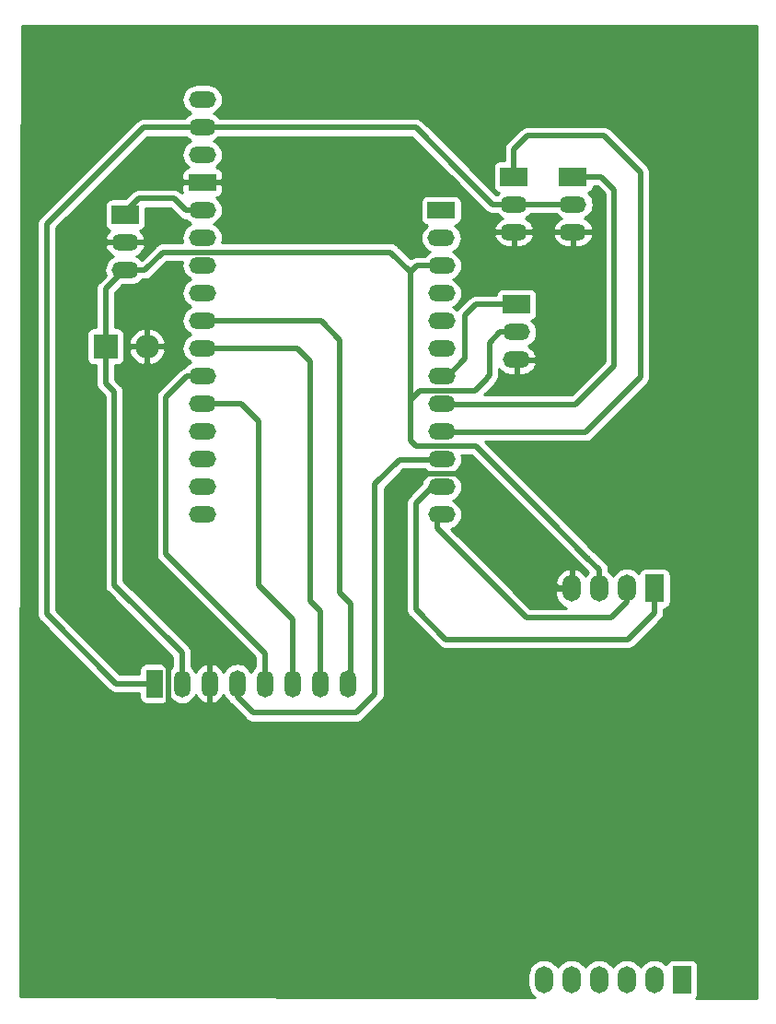
<source format=gbr>
%TF.GenerationSoftware,KiCad,Pcbnew,(5.1.12)-1*%
%TF.CreationDate,2023-07-25T14:51:04-05:00*%
%TF.ProjectId,Dispen2,44697370-656e-4322-9e6b-696361645f70,rev?*%
%TF.SameCoordinates,Original*%
%TF.FileFunction,Copper,L1,Top*%
%TF.FilePolarity,Positive*%
%FSLAX46Y46*%
G04 Gerber Fmt 4.6, Leading zero omitted, Abs format (unit mm)*
G04 Created by KiCad (PCBNEW (5.1.12)-1) date 2023-07-25 14:51:04*
%MOMM*%
%LPD*%
G01*
G04 APERTURE LIST*
%TA.AperFunction,ComponentPad*%
%ADD10R,2.500000X1.700000*%
%TD*%
%TA.AperFunction,ComponentPad*%
%ADD11O,2.500000X1.500000*%
%TD*%
%TA.AperFunction,ComponentPad*%
%ADD12R,2.500000X1.500000*%
%TD*%
%TA.AperFunction,ComponentPad*%
%ADD13O,2.200000X2.200000*%
%TD*%
%TA.AperFunction,ComponentPad*%
%ADD14R,2.200000X2.200000*%
%TD*%
%TA.AperFunction,ComponentPad*%
%ADD15O,1.700000X2.500000*%
%TD*%
%TA.AperFunction,ComponentPad*%
%ADD16R,1.700000X2.500000*%
%TD*%
%TA.AperFunction,ComponentPad*%
%ADD17O,1.500000X2.500000*%
%TD*%
%TA.AperFunction,ComponentPad*%
%ADD18R,1.500000X2.500000*%
%TD*%
%TA.AperFunction,Conductor*%
%ADD19C,0.500000*%
%TD*%
%TA.AperFunction,Conductor*%
%ADD20C,0.250000*%
%TD*%
%TA.AperFunction,Conductor*%
%ADD21C,0.254000*%
%TD*%
%TA.AperFunction,Conductor*%
%ADD22C,0.100000*%
%TD*%
G04 APERTURE END LIST*
D10*
%TO.P,NiHALL1,1*%
%TO.N,Net-(NiHALL1-Pad1)*%
X142600000Y-7500000D03*
D11*
%TO.P,NiHALL1,2*%
%TO.N,GND*%
X142600000Y-10040000D03*
%TO.P,NiHALL1,3*%
%TO.N,+5V*%
X142600000Y-12580000D03*
%TD*%
%TO.P,U1,EN*%
%TO.N,N/C*%
X171680000Y-9640000D03*
D12*
%TO.P,U1,Bat+*%
X171680000Y-7100000D03*
D11*
%TO.P,U1,5V*%
X171700000Y-12180000D03*
%TO.P,U1,13*%
X171700000Y-14720000D03*
%TO.P,U1,10*%
X171700000Y-22340000D03*
%TO.P,U1,3*%
%TO.N,SCL*%
X171700000Y-32500000D03*
%TO.P,U1,5*%
%TO.N,N/C*%
X171700000Y-29960000D03*
%TO.P,U1,12*%
X171700000Y-17260000D03*
%TO.P,U1,6*%
X171700000Y-27420000D03*
%TO.P,U1,2*%
%TO.N,SDA*%
X171700000Y-35040000D03*
%TO.P,U1,11*%
%TO.N,N/C*%
X171700000Y-19800000D03*
%TO.P,U1,9*%
X171700000Y-24880000D03*
D12*
%TO.P,U1,GND*%
%TO.N,GND*%
X149700000Y-4520000D03*
D11*
%TO.P,U1,18*%
%TO.N,Net-(NiHALL1-Pad1)*%
X149700000Y-7060000D03*
%TO.P,U1,19*%
%TO.N,Net-(U1-Pad19)*%
X149700000Y-9600000D03*
%TO.P,U1,20*%
%TO.N,Net-(U1-Pad20)*%
X149700000Y-12140000D03*
%TO.P,U1,23*%
%TO.N,CS*%
X149700000Y-19760000D03*
%TO.P,U1,17*%
%TO.N,N/C*%
X149700000Y-27380000D03*
%TO.P,U1,0*%
X149700000Y-29920000D03*
%TO.P,U1,RST*%
X149700000Y3100000D03*
%TO.P,U1,21*%
%TO.N,Net-(U1-Pad21)*%
X149700000Y-14680000D03*
%TO.P,U1,16*%
%TO.N,SI*%
X149700000Y-24840000D03*
%TO.P,U1,14*%
%TO.N,Net-(U1-Pad14)*%
X149700000Y-35000000D03*
%TO.P,U1,3V3*%
%TO.N,N/C*%
X149700000Y560000D03*
%TO.P,U1,1*%
%TO.N,Net-(U1-Pad1)*%
X149700000Y-32460000D03*
%TO.P,U1,22*%
%TO.N,DC*%
X149700000Y-17220000D03*
%TO.P,U1,15*%
%TO.N,SCK*%
X149700000Y-22300000D03*
%TO.P,U1,AREF*%
%TO.N,N/C*%
X149700000Y-1980000D03*
%TD*%
D13*
%TO.P,D1,2*%
%TO.N,GND*%
X144610000Y-19600000D03*
D14*
%TO.P,D1,1*%
%TO.N,+5V*%
X140800000Y-19600000D03*
%TD*%
D11*
%TO.P,BOTO1,3*%
%TO.N,GND*%
X183800000Y-9080000D03*
%TO.P,BOTO1,2*%
%TO.N,+3V3*%
X183800000Y-6540000D03*
D10*
%TO.P,BOTO1,1*%
%TO.N,Net-(BOTO1-Pad1)*%
X183800000Y-4000000D03*
%TD*%
D15*
%TO.P,U2,7*%
%TO.N,SDA*%
X188760000Y-41830000D03*
%TO.P,U2,5*%
%TO.N,GND*%
X183680000Y-41830000D03*
%TO.P,U2,2*%
%TO.N,+5V*%
X186220000Y-41830000D03*
D16*
%TO.P,U2,8*%
%TO.N,SCL*%
X191300000Y-41830000D03*
D15*
%TO.P,U2,2*%
%TO.N,N/C*%
X183670000Y-77770000D03*
%TO.P,U2,8*%
X188750000Y-77770000D03*
D16*
%TO.P,U2,1*%
%TO.N,Net-(U2-Pad1)*%
X193830000Y-77770000D03*
D15*
%TO.P,U2,7*%
%TO.N,N/C*%
X186210000Y-77770000D03*
%TO.P,U2,3*%
%TO.N,Net-(U2-Pad3)*%
X191290000Y-77770000D03*
%TO.P,U2,5*%
%TO.N,N/C*%
X181130000Y-77770000D03*
%TD*%
D17*
%TO.P,OLED1,3*%
%TO.N,GND*%
X150380000Y-50560000D03*
%TO.P,OLED1,4*%
%TO.N,RST*%
X152920000Y-50560000D03*
%TO.P,OLED1,5*%
%TO.N,SCK*%
X155460000Y-50560000D03*
%TO.P,OLED1,6*%
%TO.N,SI*%
X158000000Y-50560000D03*
%TO.P,OLED1,7*%
%TO.N,CS*%
X160540000Y-50560000D03*
%TO.P,OLED1,8*%
%TO.N,DC*%
X163080000Y-50560000D03*
D18*
%TO.P,OLED1,1*%
%TO.N,+3V3*%
X145300000Y-50560000D03*
D17*
%TO.P,OLED1,2*%
%TO.N,+5V*%
X147840000Y-50560000D03*
%TD*%
D10*
%TO.P,M1,1*%
%TO.N,SERVO*%
X178600000Y-15750000D03*
D11*
%TO.P,M1,2*%
%TO.N,+5V*%
X178600000Y-18290000D03*
%TO.P,M1,3*%
%TO.N,GND*%
X178600000Y-20830000D03*
%TD*%
%TO.P,BOTO2,3*%
%TO.N,GND*%
X178350000Y-9080000D03*
%TO.P,BOTO2,2*%
%TO.N,+3V3*%
X178350000Y-6540000D03*
D10*
%TO.P,BOTO2,1*%
%TO.N,Net-(BOTO2-Pad1)*%
X178350000Y-4000000D03*
%TD*%
D19*
%TO.N,GND*%
X149300000Y-4570000D02*
X149670000Y-4570000D01*
X183180000Y-41830000D02*
X183680000Y-41830000D01*
D20*
X183680000Y-41830000D02*
X183680000Y-41080000D01*
D19*
X183680000Y-41830000D02*
X182430000Y-41830000D01*
X182430000Y-41830000D02*
X175200000Y-34600000D01*
X175200000Y-34600000D02*
X175200000Y-32600000D01*
X173899990Y-31299990D02*
X169500010Y-31299990D01*
X175200000Y-32600000D02*
X173899990Y-31299990D01*
X169500010Y-31299990D02*
X167600000Y-33200000D01*
X167600000Y-33200000D02*
X167600000Y-53600000D01*
X167600000Y-53600000D02*
X165600000Y-55600000D01*
X165600000Y-55600000D02*
X153200000Y-55600000D01*
X150380000Y-52780000D02*
X150380000Y-50560000D01*
X153200000Y-55600000D02*
X150380000Y-52780000D01*
X150380000Y-46780000D02*
X150380000Y-50560000D01*
X143600000Y-40000000D02*
X150380000Y-46780000D01*
X143600000Y-23400000D02*
X143600000Y-40000000D01*
X144610000Y-22390000D02*
X143600000Y-23400000D01*
X144610000Y-19600000D02*
X144610000Y-22390000D01*
X142600000Y-10040000D02*
X139560000Y-10040000D01*
X139560000Y-10040000D02*
X138000000Y-11600000D01*
X153200000Y-55600000D02*
X147800000Y-55600000D01*
X147800000Y-55600000D02*
X146600000Y-54400000D01*
X138000000Y-40449998D02*
X138000000Y-40400000D01*
X146600000Y-49049998D02*
X138000000Y-40449998D01*
X146600000Y-54400000D02*
X146600000Y-49049998D01*
X138000000Y-11600000D02*
X138000000Y-40400000D01*
%TO.N,+3V3*%
X178350000Y-6540000D02*
X183850000Y-6540000D01*
X176390000Y-6540000D02*
X178350000Y-6540000D01*
X145300000Y-50560000D02*
X144910000Y-50560000D01*
X173625174Y-3774826D02*
X176390000Y-6540000D01*
X173220000Y-3369600D02*
X173625174Y-3774826D01*
X144268584Y510000D02*
X169340348Y510000D01*
X169340348Y510000D02*
X173625174Y-3774826D01*
X135400000Y-8358584D02*
X144268584Y510000D01*
X135400000Y-44200000D02*
X135400000Y-8358584D01*
X141760000Y-50560000D02*
X135400000Y-44200000D01*
X145300000Y-50560000D02*
X141760000Y-50560000D01*
%TO.N,Net-(BOTO2-Pad1)*%
X186650000Y-250000D02*
X179600000Y-250000D01*
X179600000Y-250000D02*
X178350000Y-1500000D01*
X190000000Y-3600000D02*
X186650000Y-250000D01*
X190000000Y-22400000D02*
X190000000Y-3600000D01*
X184930000Y-27470000D02*
X190000000Y-22400000D01*
X178350000Y-1500000D02*
X178350000Y-4000000D01*
X171300000Y-27470000D02*
X184930000Y-27470000D01*
%TO.N,+5V*%
X141600000Y-41500000D02*
X147840000Y-47740000D01*
X147840000Y-47740000D02*
X147840000Y-50560000D01*
X169340000Y-28740000D02*
X168850000Y-28250000D01*
X168850000Y-28250000D02*
X168850000Y-24500000D01*
X168850000Y-24500000D02*
X169690000Y-23660000D01*
X169690000Y-23660000D02*
X174760000Y-23660000D01*
X174760000Y-23660000D02*
X175850000Y-22570000D01*
X175850000Y-22570000D02*
X175850000Y-22500000D01*
X175850000Y-22500000D02*
X176100000Y-22250000D01*
X176100000Y-22250000D02*
X176100000Y-19250000D01*
X176100000Y-19250000D02*
X177060000Y-18290000D01*
X177060000Y-18290000D02*
X178600000Y-18290000D01*
X173610000Y-28740000D02*
X169340000Y-28740000D01*
X174090000Y-28740000D02*
X173610000Y-28740000D01*
X186220000Y-40120000D02*
X186220000Y-40370000D01*
X186220000Y-40370000D02*
X186220000Y-41830000D01*
X173610000Y-28740000D02*
X174840000Y-28740000D01*
X185225000Y-39125000D02*
X184975000Y-38875000D01*
X184975000Y-38875000D02*
X186220000Y-40120000D01*
X141600000Y-23800000D02*
X141600000Y-41500000D01*
X142520000Y-12580000D02*
X142600000Y-12580000D01*
X140800000Y-14300000D02*
X142520000Y-12580000D01*
X140800000Y-19600000D02*
X140800000Y-14300000D01*
X140800000Y-23000000D02*
X141600000Y-23800000D01*
X140800000Y-19600000D02*
X140800000Y-23000000D01*
X181550000Y-35450000D02*
X184975000Y-38875000D01*
X174840000Y-28740000D02*
X181550000Y-35450000D01*
X171700000Y-12180000D02*
X169420000Y-12180000D01*
X168850000Y-12750000D02*
X168850000Y-24500000D01*
X169420000Y-12180000D02*
X168850000Y-12750000D01*
X142600000Y-12580000D02*
X144420000Y-12580000D01*
X146060010Y-10939990D02*
X167039990Y-10939990D01*
X144420000Y-12580000D02*
X146060010Y-10939990D01*
X167039990Y-10939990D02*
X168850000Y-12750000D01*
%TO.N,SERVO*%
X171300000Y-22390000D02*
X172210000Y-22390000D01*
X172210000Y-22390000D02*
X173850000Y-20750000D01*
X173850000Y-20750000D02*
X173850000Y-16750000D01*
X173850000Y-16750000D02*
X174850000Y-15750000D01*
X174850000Y-15750000D02*
X178600000Y-15750000D01*
%TO.N,Net-(NiHALL1-Pad1)*%
X142600000Y-7500000D02*
X142600000Y-7250000D01*
X142600000Y-7250000D02*
X143850000Y-6000000D01*
X143850000Y-6000000D02*
X147100000Y-6000000D01*
X147100000Y-6000000D02*
X148210000Y-7110000D01*
X148210000Y-7110000D02*
X149300000Y-7110000D01*
X142990000Y-7110000D02*
X142600000Y-7500000D01*
%TO.N,RST*%
X152920000Y-51820000D02*
X152920000Y-50560000D01*
X154350000Y-53250000D02*
X152920000Y-51820000D01*
X165600000Y-51500000D02*
X163850000Y-53250000D01*
X167840000Y-30010000D02*
X165600000Y-32250000D01*
X171300000Y-30010000D02*
X167840000Y-30010000D01*
X165600000Y-32250000D02*
X165600000Y-51500000D01*
X163850000Y-53250000D02*
X154350000Y-53250000D01*
%TO.N,SCK*%
X146350000Y-38700000D02*
X155460000Y-47810000D01*
X155460000Y-47810000D02*
X155460000Y-50560000D01*
X149300000Y-22350000D02*
X148250000Y-22350000D01*
X148250000Y-22350000D02*
X146350000Y-24250000D01*
X146350000Y-24250000D02*
X146350000Y-38700000D01*
%TO.N,SI*%
X154850000Y-41500000D02*
X158000000Y-44650000D01*
X158000000Y-44650000D02*
X158000000Y-50560000D01*
X149990000Y-24890000D02*
X153240000Y-24890000D01*
X153240000Y-24890000D02*
X154850000Y-26500000D01*
X154850000Y-26500000D02*
X154850000Y-41500000D01*
X149300000Y-24890000D02*
X149990000Y-24890000D01*
X149300000Y-24890000D02*
X149990000Y-24890000D01*
%TO.N,CS*%
X149300000Y-19810000D02*
X158410000Y-19810000D01*
X159600000Y-43000000D02*
X160540000Y-43940000D01*
X159600000Y-21000000D02*
X159600000Y-43000000D01*
X160540000Y-43940000D02*
X160540000Y-50560000D01*
X158410000Y-19810000D02*
X159600000Y-21000000D01*
%TO.N,DC*%
X163350000Y-50290000D02*
X163080000Y-50560000D01*
X149300000Y-17270000D02*
X160620000Y-17270000D01*
X162350000Y-42250000D02*
X163350000Y-43250000D01*
X162350000Y-19000000D02*
X162350000Y-42250000D01*
X163350000Y-43250000D02*
X163350000Y-50290000D01*
X160620000Y-17270000D02*
X162350000Y-19000000D01*
%TO.N,SCL*%
X171300000Y-32550000D02*
X170800000Y-32550000D01*
X170800000Y-32550000D02*
X169350000Y-34000000D01*
X169350000Y-34000000D02*
X169350000Y-43750000D01*
X169350000Y-43750000D02*
X172100000Y-46500000D01*
X172100000Y-46500000D02*
X188850000Y-46500000D01*
X191300000Y-44050000D02*
X191300000Y-41830000D01*
X188850000Y-46500000D02*
X191300000Y-44050000D01*
%TO.N,SDA*%
X171300000Y-35090000D02*
X171300000Y-36290300D01*
X179509700Y-44500000D02*
X177804850Y-42795150D01*
X187350000Y-44500000D02*
X179509700Y-44500000D01*
X188760000Y-43090000D02*
X187350000Y-44500000D01*
X188760000Y-41830000D02*
X188760000Y-43090000D01*
X177804850Y-42795150D02*
X171300000Y-36290300D01*
X178181100Y-43171400D02*
X177804850Y-42795150D01*
%TO.N,Net-(BOTO1-Pad1)*%
X184030000Y-24930000D02*
X171300000Y-24930000D01*
X187600000Y-21360000D02*
X184030000Y-24930000D01*
X187600000Y-5200000D02*
X187600000Y-21360000D01*
X186400000Y-4000000D02*
X187600000Y-5200000D01*
X183850000Y-4000000D02*
X186400000Y-4000000D01*
%TD*%
D21*
%TO.N,GND*%
X200673000Y-79472626D02*
X195143350Y-79456362D01*
X195210537Y-79374494D01*
X195269502Y-79264180D01*
X195305812Y-79144482D01*
X195318072Y-79020000D01*
X195318072Y-76520000D01*
X195305812Y-76395518D01*
X195269502Y-76275820D01*
X195210537Y-76165506D01*
X195131185Y-76068815D01*
X195034494Y-75989463D01*
X194924180Y-75930498D01*
X194804482Y-75894188D01*
X194680000Y-75881928D01*
X192980000Y-75881928D01*
X192855518Y-75894188D01*
X192735820Y-75930498D01*
X192625506Y-75989463D01*
X192528815Y-76068815D01*
X192449463Y-76165506D01*
X192390498Y-76275820D01*
X192369607Y-76344687D01*
X192345134Y-76314866D01*
X192119014Y-76129294D01*
X191861034Y-75991401D01*
X191581111Y-75906487D01*
X191290000Y-75877815D01*
X190998890Y-75906487D01*
X190718967Y-75991401D01*
X190460987Y-76129294D01*
X190234866Y-76314866D01*
X190049294Y-76540986D01*
X190020000Y-76595791D01*
X189990706Y-76540986D01*
X189805134Y-76314866D01*
X189579014Y-76129294D01*
X189321034Y-75991401D01*
X189041111Y-75906487D01*
X188750000Y-75877815D01*
X188458890Y-75906487D01*
X188178967Y-75991401D01*
X187920987Y-76129294D01*
X187694866Y-76314866D01*
X187509294Y-76540986D01*
X187480000Y-76595791D01*
X187450706Y-76540986D01*
X187265134Y-76314866D01*
X187039014Y-76129294D01*
X186781034Y-75991401D01*
X186501111Y-75906487D01*
X186210000Y-75877815D01*
X185918890Y-75906487D01*
X185638967Y-75991401D01*
X185380987Y-76129294D01*
X185154866Y-76314866D01*
X184969294Y-76540986D01*
X184940000Y-76595791D01*
X184910706Y-76540986D01*
X184725134Y-76314866D01*
X184499014Y-76129294D01*
X184241034Y-75991401D01*
X183961111Y-75906487D01*
X183670000Y-75877815D01*
X183378890Y-75906487D01*
X183098967Y-75991401D01*
X182840987Y-76129294D01*
X182614866Y-76314866D01*
X182429294Y-76540986D01*
X182400000Y-76595791D01*
X182370706Y-76540986D01*
X182185134Y-76314866D01*
X181959014Y-76129294D01*
X181701034Y-75991401D01*
X181421111Y-75906487D01*
X181130000Y-75877815D01*
X180838890Y-75906487D01*
X180558967Y-75991401D01*
X180300987Y-76129294D01*
X180074866Y-76314866D01*
X179889294Y-76540986D01*
X179751401Y-76798966D01*
X179666487Y-77078889D01*
X179645000Y-77297050D01*
X179645000Y-78242949D01*
X179666487Y-78461110D01*
X179751401Y-78741033D01*
X179889294Y-78999013D01*
X180074866Y-79225134D01*
X180300986Y-79410706D01*
X180304753Y-79412719D01*
X132927284Y-79273374D01*
X133085930Y-8358584D01*
X134510719Y-8358584D01*
X134515001Y-8402063D01*
X134515000Y-44156531D01*
X134510719Y-44200000D01*
X134515000Y-44243469D01*
X134515000Y-44243476D01*
X134523178Y-44326509D01*
X134527805Y-44373490D01*
X134532909Y-44390314D01*
X134578411Y-44540312D01*
X134660589Y-44694058D01*
X134771183Y-44828817D01*
X134804956Y-44856534D01*
X141103470Y-51155049D01*
X141131183Y-51188817D01*
X141164951Y-51216530D01*
X141164953Y-51216532D01*
X141236452Y-51275210D01*
X141265941Y-51299411D01*
X141419687Y-51381589D01*
X141586510Y-51432195D01*
X141716523Y-51445000D01*
X141716533Y-51445000D01*
X141759999Y-51449281D01*
X141803465Y-51445000D01*
X143911928Y-51445000D01*
X143911928Y-51810000D01*
X143924188Y-51934482D01*
X143960498Y-52054180D01*
X144019463Y-52164494D01*
X144098815Y-52261185D01*
X144195506Y-52340537D01*
X144305820Y-52399502D01*
X144425518Y-52435812D01*
X144550000Y-52448072D01*
X146050000Y-52448072D01*
X146174482Y-52435812D01*
X146294180Y-52399502D01*
X146404494Y-52340537D01*
X146501185Y-52261185D01*
X146580537Y-52164494D01*
X146639502Y-52054180D01*
X146675812Y-51934482D01*
X146685473Y-51836392D01*
X146855920Y-52044081D01*
X147066813Y-52217157D01*
X147307420Y-52345764D01*
X147568494Y-52424960D01*
X147840000Y-52451701D01*
X148111507Y-52424960D01*
X148372581Y-52345764D01*
X148613188Y-52217157D01*
X148824081Y-52044081D01*
X148997157Y-51833188D01*
X149112486Y-51617422D01*
X149149028Y-51707349D01*
X149298972Y-51935061D01*
X149490460Y-52129145D01*
X149716132Y-52282142D01*
X149967316Y-52388173D01*
X150038815Y-52402318D01*
X150253000Y-52279656D01*
X150253000Y-50687000D01*
X150233000Y-50687000D01*
X150233000Y-50433000D01*
X150253000Y-50433000D01*
X150253000Y-48840344D01*
X150038815Y-48717682D01*
X149967316Y-48731827D01*
X149716132Y-48837858D01*
X149490460Y-48990855D01*
X149298972Y-49184939D01*
X149149028Y-49412651D01*
X149112486Y-49502578D01*
X148997157Y-49286812D01*
X148824080Y-49075919D01*
X148725000Y-48994606D01*
X148725000Y-47783469D01*
X148729281Y-47740000D01*
X148725000Y-47696531D01*
X148725000Y-47696523D01*
X148712195Y-47566510D01*
X148682823Y-47469686D01*
X148661589Y-47399686D01*
X148579411Y-47245941D01*
X148496532Y-47144953D01*
X148496530Y-47144951D01*
X148468817Y-47111183D01*
X148435051Y-47083472D01*
X142485000Y-41133422D01*
X142485000Y-23843469D01*
X142489281Y-23800000D01*
X142485000Y-23756531D01*
X142485000Y-23756523D01*
X142472195Y-23626510D01*
X142421589Y-23459687D01*
X142339411Y-23305941D01*
X142270682Y-23222195D01*
X142256532Y-23204953D01*
X142256530Y-23204951D01*
X142228817Y-23171183D01*
X142195050Y-23143471D01*
X141685000Y-22633422D01*
X141685000Y-21338072D01*
X141900000Y-21338072D01*
X142024482Y-21325812D01*
X142144180Y-21289502D01*
X142254494Y-21230537D01*
X142351185Y-21151185D01*
X142430537Y-21054494D01*
X142489502Y-20944180D01*
X142525812Y-20824482D01*
X142538072Y-20700000D01*
X142538072Y-19996122D01*
X142920825Y-19996122D01*
X142985425Y-20209094D01*
X143135469Y-20514329D01*
X143342178Y-20784427D01*
X143597609Y-21009008D01*
X143891946Y-21179442D01*
X144213877Y-21289179D01*
X144483000Y-21171600D01*
X144483000Y-19727000D01*
X144737000Y-19727000D01*
X144737000Y-21171600D01*
X145006123Y-21289179D01*
X145328054Y-21179442D01*
X145622391Y-21009008D01*
X145877822Y-20784427D01*
X146084531Y-20514329D01*
X146234575Y-20209094D01*
X146299175Y-19996122D01*
X146181125Y-19727000D01*
X144737000Y-19727000D01*
X144483000Y-19727000D01*
X143038875Y-19727000D01*
X142920825Y-19996122D01*
X142538072Y-19996122D01*
X142538072Y-19203878D01*
X142920825Y-19203878D01*
X143038875Y-19473000D01*
X144483000Y-19473000D01*
X144483000Y-18028400D01*
X144737000Y-18028400D01*
X144737000Y-19473000D01*
X146181125Y-19473000D01*
X146299175Y-19203878D01*
X146234575Y-18990906D01*
X146084531Y-18685671D01*
X145877822Y-18415573D01*
X145622391Y-18190992D01*
X145328054Y-18020558D01*
X145006123Y-17910821D01*
X144737000Y-18028400D01*
X144483000Y-18028400D01*
X144213877Y-17910821D01*
X143891946Y-18020558D01*
X143597609Y-18190992D01*
X143342178Y-18415573D01*
X143135469Y-18685671D01*
X142985425Y-18990906D01*
X142920825Y-19203878D01*
X142538072Y-19203878D01*
X142538072Y-18500000D01*
X142525812Y-18375518D01*
X142489502Y-18255820D01*
X142430537Y-18145506D01*
X142351185Y-18048815D01*
X142254494Y-17969463D01*
X142144180Y-17910498D01*
X142024482Y-17874188D01*
X141900000Y-17861928D01*
X141685000Y-17861928D01*
X141685000Y-14666578D01*
X142386579Y-13965000D01*
X143168037Y-13965000D01*
X143371507Y-13944960D01*
X143632581Y-13865764D01*
X143873188Y-13737157D01*
X144084081Y-13564081D01*
X144165395Y-13465000D01*
X144376531Y-13465000D01*
X144420000Y-13469281D01*
X144463469Y-13465000D01*
X144463477Y-13465000D01*
X144593490Y-13452195D01*
X144760313Y-13401589D01*
X144914059Y-13319411D01*
X145048817Y-13208817D01*
X145076534Y-13175044D01*
X146426589Y-11824990D01*
X147848237Y-11824990D01*
X147835040Y-11868493D01*
X147808299Y-12140000D01*
X147835040Y-12411507D01*
X147914236Y-12672581D01*
X148042843Y-12913188D01*
X148215919Y-13124081D01*
X148426812Y-13297157D01*
X148637927Y-13410000D01*
X148426812Y-13522843D01*
X148215919Y-13695919D01*
X148042843Y-13906812D01*
X147914236Y-14147419D01*
X147835040Y-14408493D01*
X147808299Y-14680000D01*
X147835040Y-14951507D01*
X147914236Y-15212581D01*
X148042843Y-15453188D01*
X148215919Y-15664081D01*
X148426812Y-15837157D01*
X148637927Y-15950000D01*
X148426812Y-16062843D01*
X148215919Y-16235919D01*
X148042843Y-16446812D01*
X147914236Y-16687419D01*
X147835040Y-16948493D01*
X147808299Y-17220000D01*
X147835040Y-17491507D01*
X147914236Y-17752581D01*
X148042843Y-17993188D01*
X148215919Y-18204081D01*
X148426812Y-18377157D01*
X148637927Y-18490000D01*
X148426812Y-18602843D01*
X148215919Y-18775919D01*
X148042843Y-18986812D01*
X147914236Y-19227419D01*
X147835040Y-19488493D01*
X147808299Y-19760000D01*
X147835040Y-20031507D01*
X147914236Y-20292581D01*
X148042843Y-20533188D01*
X148215919Y-20744081D01*
X148426812Y-20917157D01*
X148637927Y-21030000D01*
X148426812Y-21142843D01*
X148215919Y-21315919D01*
X148083638Y-21477103D01*
X148076510Y-21477805D01*
X147909687Y-21528411D01*
X147828906Y-21571589D01*
X147755941Y-21610589D01*
X147654953Y-21693468D01*
X147654951Y-21693470D01*
X147621183Y-21721183D01*
X147593470Y-21754951D01*
X145754956Y-23593466D01*
X145721183Y-23621183D01*
X145610589Y-23755942D01*
X145528411Y-23909688D01*
X145477805Y-24076511D01*
X145465000Y-24206524D01*
X145465000Y-24206531D01*
X145460719Y-24250000D01*
X145465000Y-24293469D01*
X145465001Y-38656521D01*
X145460719Y-38700000D01*
X145477805Y-38873490D01*
X145528412Y-39040313D01*
X145610590Y-39194059D01*
X145693468Y-39295046D01*
X145693471Y-39295049D01*
X145721184Y-39328817D01*
X145754952Y-39356530D01*
X154575000Y-48176579D01*
X154575000Y-48994605D01*
X154475919Y-49075920D01*
X154302843Y-49286813D01*
X154190000Y-49497927D01*
X154077157Y-49286812D01*
X153904080Y-49075919D01*
X153693187Y-48902843D01*
X153452580Y-48774236D01*
X153191506Y-48695040D01*
X152920000Y-48668299D01*
X152648493Y-48695040D01*
X152387419Y-48774236D01*
X152146812Y-48902843D01*
X151935919Y-49075920D01*
X151762843Y-49286813D01*
X151647514Y-49502579D01*
X151610972Y-49412651D01*
X151461028Y-49184939D01*
X151269540Y-48990855D01*
X151043868Y-48837858D01*
X150792684Y-48731827D01*
X150721185Y-48717682D01*
X150507000Y-48840344D01*
X150507000Y-50433000D01*
X150527000Y-50433000D01*
X150527000Y-50687000D01*
X150507000Y-50687000D01*
X150507000Y-52279656D01*
X150721185Y-52402318D01*
X150792684Y-52388173D01*
X151043868Y-52282142D01*
X151269540Y-52129145D01*
X151461028Y-51935061D01*
X151610972Y-51707349D01*
X151647514Y-51617422D01*
X151762843Y-51833188D01*
X151935920Y-52044081D01*
X152114715Y-52190815D01*
X152180589Y-52314058D01*
X152291183Y-52448817D01*
X152324956Y-52476534D01*
X153693470Y-53845049D01*
X153721183Y-53878817D01*
X153754951Y-53906530D01*
X153754953Y-53906532D01*
X153826452Y-53965210D01*
X153855941Y-53989411D01*
X154009687Y-54071589D01*
X154176510Y-54122195D01*
X154306523Y-54135000D01*
X154306533Y-54135000D01*
X154349999Y-54139281D01*
X154393465Y-54135000D01*
X163806531Y-54135000D01*
X163850000Y-54139281D01*
X163893469Y-54135000D01*
X163893477Y-54135000D01*
X164023490Y-54122195D01*
X164190313Y-54071589D01*
X164344059Y-53989411D01*
X164478817Y-53878817D01*
X164506534Y-53845044D01*
X166195049Y-52156530D01*
X166228817Y-52128817D01*
X166339411Y-51994059D01*
X166421589Y-51840313D01*
X166472195Y-51673490D01*
X166485000Y-51543477D01*
X166485000Y-51543469D01*
X166489281Y-51500000D01*
X166485000Y-51456531D01*
X166485000Y-32616578D01*
X168206579Y-30895000D01*
X170175639Y-30895000D01*
X170215919Y-30944081D01*
X170426812Y-31117157D01*
X170637927Y-31230000D01*
X170426812Y-31342843D01*
X170215919Y-31515919D01*
X170042843Y-31726812D01*
X169914236Y-31967419D01*
X169835040Y-32228493D01*
X169831228Y-32267193D01*
X168754956Y-33343466D01*
X168721183Y-33371183D01*
X168610589Y-33505942D01*
X168528411Y-33659688D01*
X168477805Y-33826511D01*
X168465000Y-33956524D01*
X168465000Y-33956531D01*
X168460719Y-34000000D01*
X168465000Y-34043469D01*
X168465001Y-43706521D01*
X168460719Y-43750000D01*
X168477805Y-43923490D01*
X168528412Y-44090313D01*
X168610590Y-44244059D01*
X168693468Y-44345046D01*
X168693471Y-44345049D01*
X168721184Y-44378817D01*
X168754951Y-44406529D01*
X171443470Y-47095049D01*
X171471183Y-47128817D01*
X171504951Y-47156530D01*
X171504953Y-47156532D01*
X171576139Y-47214953D01*
X171605941Y-47239411D01*
X171759687Y-47321589D01*
X171926510Y-47372195D01*
X172056523Y-47385000D01*
X172056533Y-47385000D01*
X172099999Y-47389281D01*
X172143465Y-47385000D01*
X188806531Y-47385000D01*
X188850000Y-47389281D01*
X188893469Y-47385000D01*
X188893477Y-47385000D01*
X189023490Y-47372195D01*
X189190313Y-47321589D01*
X189344059Y-47239411D01*
X189478817Y-47128817D01*
X189506534Y-47095044D01*
X191895050Y-44706529D01*
X191928817Y-44678817D01*
X192039411Y-44544059D01*
X192121589Y-44390313D01*
X192172195Y-44223490D01*
X192185000Y-44093477D01*
X192185000Y-44093467D01*
X192189281Y-44050001D01*
X192185000Y-44006535D01*
X192185000Y-43714625D01*
X192274482Y-43705812D01*
X192394180Y-43669502D01*
X192504494Y-43610537D01*
X192601185Y-43531185D01*
X192680537Y-43434494D01*
X192739502Y-43324180D01*
X192775812Y-43204482D01*
X192788072Y-43080000D01*
X192788072Y-40580000D01*
X192775812Y-40455518D01*
X192739502Y-40335820D01*
X192680537Y-40225506D01*
X192601185Y-40128815D01*
X192504494Y-40049463D01*
X192394180Y-39990498D01*
X192274482Y-39954188D01*
X192150000Y-39941928D01*
X190450000Y-39941928D01*
X190325518Y-39954188D01*
X190205820Y-39990498D01*
X190095506Y-40049463D01*
X189998815Y-40128815D01*
X189919463Y-40225506D01*
X189860498Y-40335820D01*
X189839607Y-40404687D01*
X189815134Y-40374866D01*
X189589014Y-40189294D01*
X189331034Y-40051401D01*
X189051111Y-39966487D01*
X188760000Y-39937815D01*
X188468890Y-39966487D01*
X188188967Y-40051401D01*
X187930987Y-40189294D01*
X187704866Y-40374866D01*
X187519294Y-40600986D01*
X187490000Y-40655791D01*
X187460706Y-40600986D01*
X187275134Y-40374866D01*
X187105000Y-40235241D01*
X187105000Y-40163469D01*
X187109281Y-40120000D01*
X187105000Y-40076531D01*
X187105000Y-40076523D01*
X187092195Y-39946510D01*
X187041589Y-39779687D01*
X186959411Y-39625941D01*
X186949948Y-39614410D01*
X186876532Y-39524953D01*
X186876530Y-39524951D01*
X186848817Y-39491183D01*
X186815050Y-39463471D01*
X185631536Y-38279958D01*
X185631532Y-38279953D01*
X182206536Y-34854958D01*
X182206532Y-34854953D01*
X175706578Y-28355000D01*
X184886531Y-28355000D01*
X184930000Y-28359281D01*
X184973469Y-28355000D01*
X184973477Y-28355000D01*
X185103490Y-28342195D01*
X185270313Y-28291589D01*
X185424059Y-28209411D01*
X185558817Y-28098817D01*
X185586534Y-28065044D01*
X190595051Y-23056528D01*
X190628817Y-23028817D01*
X190657343Y-22994059D01*
X190739411Y-22894059D01*
X190766136Y-22844059D01*
X190821589Y-22740313D01*
X190872195Y-22573490D01*
X190885000Y-22443477D01*
X190885000Y-22443469D01*
X190889281Y-22400000D01*
X190885000Y-22356531D01*
X190885000Y-3643465D01*
X190889281Y-3599999D01*
X190885000Y-3556533D01*
X190885000Y-3556523D01*
X190872195Y-3426510D01*
X190821589Y-3259687D01*
X190739411Y-3105941D01*
X190628817Y-2971183D01*
X190595049Y-2943470D01*
X187306534Y345044D01*
X187278817Y378817D01*
X187144059Y489411D01*
X186990313Y571589D01*
X186823490Y622195D01*
X186693477Y635000D01*
X186693469Y635000D01*
X186650000Y639281D01*
X186606531Y635000D01*
X179643469Y635000D01*
X179600000Y639281D01*
X179556531Y635000D01*
X179556523Y635000D01*
X179441306Y623652D01*
X179426509Y622195D01*
X179375903Y606843D01*
X179259687Y571589D01*
X179105941Y489411D01*
X179105939Y489410D01*
X179105940Y489410D01*
X179004953Y406532D01*
X179004951Y406530D01*
X178971183Y378817D01*
X178943470Y345049D01*
X177754956Y-843466D01*
X177721183Y-871183D01*
X177610589Y-1005942D01*
X177528411Y-1159688D01*
X177477805Y-1326511D01*
X177465000Y-1456524D01*
X177465000Y-1456531D01*
X177460719Y-1500000D01*
X177465000Y-1543469D01*
X177465000Y-2511928D01*
X177100000Y-2511928D01*
X176975518Y-2524188D01*
X176855820Y-2560498D01*
X176745506Y-2619463D01*
X176648815Y-2698815D01*
X176569463Y-2795506D01*
X176510498Y-2905820D01*
X176474188Y-3025518D01*
X176461928Y-3150000D01*
X176461928Y-4850000D01*
X176474188Y-4974482D01*
X176510498Y-5094180D01*
X176569463Y-5204494D01*
X176648815Y-5301185D01*
X176745506Y-5380537D01*
X176855820Y-5439502D01*
X176966765Y-5473157D01*
X176865919Y-5555919D01*
X176784605Y-5655000D01*
X176756611Y-5655000D01*
X174281747Y-3179826D01*
X174281744Y-3179822D01*
X174281729Y-3179807D01*
X174281706Y-3179779D01*
X174239084Y-3137157D01*
X173815088Y-2713106D01*
X173814780Y-2712854D01*
X169996882Y1105044D01*
X169969165Y1138817D01*
X169834407Y1249411D01*
X169680661Y1331589D01*
X169513838Y1382195D01*
X169383825Y1395000D01*
X169383817Y1395000D01*
X169340348Y1399281D01*
X169296879Y1395000D01*
X151306429Y1395000D01*
X151184081Y1544081D01*
X150973188Y1717157D01*
X150762073Y1830000D01*
X150973188Y1942843D01*
X151184081Y2115919D01*
X151357157Y2326812D01*
X151485764Y2567419D01*
X151564960Y2828493D01*
X151591701Y3100000D01*
X151564960Y3371507D01*
X151485764Y3632581D01*
X151357157Y3873188D01*
X151184081Y4084081D01*
X150973188Y4257157D01*
X150732581Y4385764D01*
X150471507Y4464960D01*
X150268037Y4485000D01*
X149131963Y4485000D01*
X148928493Y4464960D01*
X148667419Y4385764D01*
X148426812Y4257157D01*
X148215919Y4084081D01*
X148042843Y3873188D01*
X147914236Y3632581D01*
X147835040Y3371507D01*
X147808299Y3100000D01*
X147835040Y2828493D01*
X147914236Y2567419D01*
X148042843Y2326812D01*
X148215919Y2115919D01*
X148426812Y1942843D01*
X148637927Y1830000D01*
X148426812Y1717157D01*
X148215919Y1544081D01*
X148093571Y1395000D01*
X144312053Y1395000D01*
X144268584Y1399281D01*
X144225115Y1395000D01*
X144225107Y1395000D01*
X144095094Y1382195D01*
X143928271Y1331589D01*
X143774525Y1249411D01*
X143673537Y1166532D01*
X143673535Y1166530D01*
X143639767Y1138817D01*
X143612054Y1105049D01*
X134804952Y-7702054D01*
X134771184Y-7729767D01*
X134743471Y-7763535D01*
X134743468Y-7763538D01*
X134660590Y-7864525D01*
X134578412Y-8018271D01*
X134527805Y-8185094D01*
X134510719Y-8358584D01*
X133085930Y-8358584D01*
X133126717Y9873000D01*
X200673000Y9873000D01*
X200673000Y-79472626D01*
%TA.AperFunction,Conductor*%
D22*
G36*
X200673000Y-79472626D02*
G01*
X195143350Y-79456362D01*
X195210537Y-79374494D01*
X195269502Y-79264180D01*
X195305812Y-79144482D01*
X195318072Y-79020000D01*
X195318072Y-76520000D01*
X195305812Y-76395518D01*
X195269502Y-76275820D01*
X195210537Y-76165506D01*
X195131185Y-76068815D01*
X195034494Y-75989463D01*
X194924180Y-75930498D01*
X194804482Y-75894188D01*
X194680000Y-75881928D01*
X192980000Y-75881928D01*
X192855518Y-75894188D01*
X192735820Y-75930498D01*
X192625506Y-75989463D01*
X192528815Y-76068815D01*
X192449463Y-76165506D01*
X192390498Y-76275820D01*
X192369607Y-76344687D01*
X192345134Y-76314866D01*
X192119014Y-76129294D01*
X191861034Y-75991401D01*
X191581111Y-75906487D01*
X191290000Y-75877815D01*
X190998890Y-75906487D01*
X190718967Y-75991401D01*
X190460987Y-76129294D01*
X190234866Y-76314866D01*
X190049294Y-76540986D01*
X190020000Y-76595791D01*
X189990706Y-76540986D01*
X189805134Y-76314866D01*
X189579014Y-76129294D01*
X189321034Y-75991401D01*
X189041111Y-75906487D01*
X188750000Y-75877815D01*
X188458890Y-75906487D01*
X188178967Y-75991401D01*
X187920987Y-76129294D01*
X187694866Y-76314866D01*
X187509294Y-76540986D01*
X187480000Y-76595791D01*
X187450706Y-76540986D01*
X187265134Y-76314866D01*
X187039014Y-76129294D01*
X186781034Y-75991401D01*
X186501111Y-75906487D01*
X186210000Y-75877815D01*
X185918890Y-75906487D01*
X185638967Y-75991401D01*
X185380987Y-76129294D01*
X185154866Y-76314866D01*
X184969294Y-76540986D01*
X184940000Y-76595791D01*
X184910706Y-76540986D01*
X184725134Y-76314866D01*
X184499014Y-76129294D01*
X184241034Y-75991401D01*
X183961111Y-75906487D01*
X183670000Y-75877815D01*
X183378890Y-75906487D01*
X183098967Y-75991401D01*
X182840987Y-76129294D01*
X182614866Y-76314866D01*
X182429294Y-76540986D01*
X182400000Y-76595791D01*
X182370706Y-76540986D01*
X182185134Y-76314866D01*
X181959014Y-76129294D01*
X181701034Y-75991401D01*
X181421111Y-75906487D01*
X181130000Y-75877815D01*
X180838890Y-75906487D01*
X180558967Y-75991401D01*
X180300987Y-76129294D01*
X180074866Y-76314866D01*
X179889294Y-76540986D01*
X179751401Y-76798966D01*
X179666487Y-77078889D01*
X179645000Y-77297050D01*
X179645000Y-78242949D01*
X179666487Y-78461110D01*
X179751401Y-78741033D01*
X179889294Y-78999013D01*
X180074866Y-79225134D01*
X180300986Y-79410706D01*
X180304753Y-79412719D01*
X132927284Y-79273374D01*
X133085930Y-8358584D01*
X134510719Y-8358584D01*
X134515001Y-8402063D01*
X134515000Y-44156531D01*
X134510719Y-44200000D01*
X134515000Y-44243469D01*
X134515000Y-44243476D01*
X134523178Y-44326509D01*
X134527805Y-44373490D01*
X134532909Y-44390314D01*
X134578411Y-44540312D01*
X134660589Y-44694058D01*
X134771183Y-44828817D01*
X134804956Y-44856534D01*
X141103470Y-51155049D01*
X141131183Y-51188817D01*
X141164951Y-51216530D01*
X141164953Y-51216532D01*
X141236452Y-51275210D01*
X141265941Y-51299411D01*
X141419687Y-51381589D01*
X141586510Y-51432195D01*
X141716523Y-51445000D01*
X141716533Y-51445000D01*
X141759999Y-51449281D01*
X141803465Y-51445000D01*
X143911928Y-51445000D01*
X143911928Y-51810000D01*
X143924188Y-51934482D01*
X143960498Y-52054180D01*
X144019463Y-52164494D01*
X144098815Y-52261185D01*
X144195506Y-52340537D01*
X144305820Y-52399502D01*
X144425518Y-52435812D01*
X144550000Y-52448072D01*
X146050000Y-52448072D01*
X146174482Y-52435812D01*
X146294180Y-52399502D01*
X146404494Y-52340537D01*
X146501185Y-52261185D01*
X146580537Y-52164494D01*
X146639502Y-52054180D01*
X146675812Y-51934482D01*
X146685473Y-51836392D01*
X146855920Y-52044081D01*
X147066813Y-52217157D01*
X147307420Y-52345764D01*
X147568494Y-52424960D01*
X147840000Y-52451701D01*
X148111507Y-52424960D01*
X148372581Y-52345764D01*
X148613188Y-52217157D01*
X148824081Y-52044081D01*
X148997157Y-51833188D01*
X149112486Y-51617422D01*
X149149028Y-51707349D01*
X149298972Y-51935061D01*
X149490460Y-52129145D01*
X149716132Y-52282142D01*
X149967316Y-52388173D01*
X150038815Y-52402318D01*
X150253000Y-52279656D01*
X150253000Y-50687000D01*
X150233000Y-50687000D01*
X150233000Y-50433000D01*
X150253000Y-50433000D01*
X150253000Y-48840344D01*
X150038815Y-48717682D01*
X149967316Y-48731827D01*
X149716132Y-48837858D01*
X149490460Y-48990855D01*
X149298972Y-49184939D01*
X149149028Y-49412651D01*
X149112486Y-49502578D01*
X148997157Y-49286812D01*
X148824080Y-49075919D01*
X148725000Y-48994606D01*
X148725000Y-47783469D01*
X148729281Y-47740000D01*
X148725000Y-47696531D01*
X148725000Y-47696523D01*
X148712195Y-47566510D01*
X148682823Y-47469686D01*
X148661589Y-47399686D01*
X148579411Y-47245941D01*
X148496532Y-47144953D01*
X148496530Y-47144951D01*
X148468817Y-47111183D01*
X148435051Y-47083472D01*
X142485000Y-41133422D01*
X142485000Y-23843469D01*
X142489281Y-23800000D01*
X142485000Y-23756531D01*
X142485000Y-23756523D01*
X142472195Y-23626510D01*
X142421589Y-23459687D01*
X142339411Y-23305941D01*
X142270682Y-23222195D01*
X142256532Y-23204953D01*
X142256530Y-23204951D01*
X142228817Y-23171183D01*
X142195050Y-23143471D01*
X141685000Y-22633422D01*
X141685000Y-21338072D01*
X141900000Y-21338072D01*
X142024482Y-21325812D01*
X142144180Y-21289502D01*
X142254494Y-21230537D01*
X142351185Y-21151185D01*
X142430537Y-21054494D01*
X142489502Y-20944180D01*
X142525812Y-20824482D01*
X142538072Y-20700000D01*
X142538072Y-19996122D01*
X142920825Y-19996122D01*
X142985425Y-20209094D01*
X143135469Y-20514329D01*
X143342178Y-20784427D01*
X143597609Y-21009008D01*
X143891946Y-21179442D01*
X144213877Y-21289179D01*
X144483000Y-21171600D01*
X144483000Y-19727000D01*
X144737000Y-19727000D01*
X144737000Y-21171600D01*
X145006123Y-21289179D01*
X145328054Y-21179442D01*
X145622391Y-21009008D01*
X145877822Y-20784427D01*
X146084531Y-20514329D01*
X146234575Y-20209094D01*
X146299175Y-19996122D01*
X146181125Y-19727000D01*
X144737000Y-19727000D01*
X144483000Y-19727000D01*
X143038875Y-19727000D01*
X142920825Y-19996122D01*
X142538072Y-19996122D01*
X142538072Y-19203878D01*
X142920825Y-19203878D01*
X143038875Y-19473000D01*
X144483000Y-19473000D01*
X144483000Y-18028400D01*
X144737000Y-18028400D01*
X144737000Y-19473000D01*
X146181125Y-19473000D01*
X146299175Y-19203878D01*
X146234575Y-18990906D01*
X146084531Y-18685671D01*
X145877822Y-18415573D01*
X145622391Y-18190992D01*
X145328054Y-18020558D01*
X145006123Y-17910821D01*
X144737000Y-18028400D01*
X144483000Y-18028400D01*
X144213877Y-17910821D01*
X143891946Y-18020558D01*
X143597609Y-18190992D01*
X143342178Y-18415573D01*
X143135469Y-18685671D01*
X142985425Y-18990906D01*
X142920825Y-19203878D01*
X142538072Y-19203878D01*
X142538072Y-18500000D01*
X142525812Y-18375518D01*
X142489502Y-18255820D01*
X142430537Y-18145506D01*
X142351185Y-18048815D01*
X142254494Y-17969463D01*
X142144180Y-17910498D01*
X142024482Y-17874188D01*
X141900000Y-17861928D01*
X141685000Y-17861928D01*
X141685000Y-14666578D01*
X142386579Y-13965000D01*
X143168037Y-13965000D01*
X143371507Y-13944960D01*
X143632581Y-13865764D01*
X143873188Y-13737157D01*
X144084081Y-13564081D01*
X144165395Y-13465000D01*
X144376531Y-13465000D01*
X144420000Y-13469281D01*
X144463469Y-13465000D01*
X144463477Y-13465000D01*
X144593490Y-13452195D01*
X144760313Y-13401589D01*
X144914059Y-13319411D01*
X145048817Y-13208817D01*
X145076534Y-13175044D01*
X146426589Y-11824990D01*
X147848237Y-11824990D01*
X147835040Y-11868493D01*
X147808299Y-12140000D01*
X147835040Y-12411507D01*
X147914236Y-12672581D01*
X148042843Y-12913188D01*
X148215919Y-13124081D01*
X148426812Y-13297157D01*
X148637927Y-13410000D01*
X148426812Y-13522843D01*
X148215919Y-13695919D01*
X148042843Y-13906812D01*
X147914236Y-14147419D01*
X147835040Y-14408493D01*
X147808299Y-14680000D01*
X147835040Y-14951507D01*
X147914236Y-15212581D01*
X148042843Y-15453188D01*
X148215919Y-15664081D01*
X148426812Y-15837157D01*
X148637927Y-15950000D01*
X148426812Y-16062843D01*
X148215919Y-16235919D01*
X148042843Y-16446812D01*
X147914236Y-16687419D01*
X147835040Y-16948493D01*
X147808299Y-17220000D01*
X147835040Y-17491507D01*
X147914236Y-17752581D01*
X148042843Y-17993188D01*
X148215919Y-18204081D01*
X148426812Y-18377157D01*
X148637927Y-18490000D01*
X148426812Y-18602843D01*
X148215919Y-18775919D01*
X148042843Y-18986812D01*
X147914236Y-19227419D01*
X147835040Y-19488493D01*
X147808299Y-19760000D01*
X147835040Y-20031507D01*
X147914236Y-20292581D01*
X148042843Y-20533188D01*
X148215919Y-20744081D01*
X148426812Y-20917157D01*
X148637927Y-21030000D01*
X148426812Y-21142843D01*
X148215919Y-21315919D01*
X148083638Y-21477103D01*
X148076510Y-21477805D01*
X147909687Y-21528411D01*
X147828906Y-21571589D01*
X147755941Y-21610589D01*
X147654953Y-21693468D01*
X147654951Y-21693470D01*
X147621183Y-21721183D01*
X147593470Y-21754951D01*
X145754956Y-23593466D01*
X145721183Y-23621183D01*
X145610589Y-23755942D01*
X145528411Y-23909688D01*
X145477805Y-24076511D01*
X145465000Y-24206524D01*
X145465000Y-24206531D01*
X145460719Y-24250000D01*
X145465000Y-24293469D01*
X145465001Y-38656521D01*
X145460719Y-38700000D01*
X145477805Y-38873490D01*
X145528412Y-39040313D01*
X145610590Y-39194059D01*
X145693468Y-39295046D01*
X145693471Y-39295049D01*
X145721184Y-39328817D01*
X145754952Y-39356530D01*
X154575000Y-48176579D01*
X154575000Y-48994605D01*
X154475919Y-49075920D01*
X154302843Y-49286813D01*
X154190000Y-49497927D01*
X154077157Y-49286812D01*
X153904080Y-49075919D01*
X153693187Y-48902843D01*
X153452580Y-48774236D01*
X153191506Y-48695040D01*
X152920000Y-48668299D01*
X152648493Y-48695040D01*
X152387419Y-48774236D01*
X152146812Y-48902843D01*
X151935919Y-49075920D01*
X151762843Y-49286813D01*
X151647514Y-49502579D01*
X151610972Y-49412651D01*
X151461028Y-49184939D01*
X151269540Y-48990855D01*
X151043868Y-48837858D01*
X150792684Y-48731827D01*
X150721185Y-48717682D01*
X150507000Y-48840344D01*
X150507000Y-50433000D01*
X150527000Y-50433000D01*
X150527000Y-50687000D01*
X150507000Y-50687000D01*
X150507000Y-52279656D01*
X150721185Y-52402318D01*
X150792684Y-52388173D01*
X151043868Y-52282142D01*
X151269540Y-52129145D01*
X151461028Y-51935061D01*
X151610972Y-51707349D01*
X151647514Y-51617422D01*
X151762843Y-51833188D01*
X151935920Y-52044081D01*
X152114715Y-52190815D01*
X152180589Y-52314058D01*
X152291183Y-52448817D01*
X152324956Y-52476534D01*
X153693470Y-53845049D01*
X153721183Y-53878817D01*
X153754951Y-53906530D01*
X153754953Y-53906532D01*
X153826452Y-53965210D01*
X153855941Y-53989411D01*
X154009687Y-54071589D01*
X154176510Y-54122195D01*
X154306523Y-54135000D01*
X154306533Y-54135000D01*
X154349999Y-54139281D01*
X154393465Y-54135000D01*
X163806531Y-54135000D01*
X163850000Y-54139281D01*
X163893469Y-54135000D01*
X163893477Y-54135000D01*
X164023490Y-54122195D01*
X164190313Y-54071589D01*
X164344059Y-53989411D01*
X164478817Y-53878817D01*
X164506534Y-53845044D01*
X166195049Y-52156530D01*
X166228817Y-52128817D01*
X166339411Y-51994059D01*
X166421589Y-51840313D01*
X166472195Y-51673490D01*
X166485000Y-51543477D01*
X166485000Y-51543469D01*
X166489281Y-51500000D01*
X166485000Y-51456531D01*
X166485000Y-32616578D01*
X168206579Y-30895000D01*
X170175639Y-30895000D01*
X170215919Y-30944081D01*
X170426812Y-31117157D01*
X170637927Y-31230000D01*
X170426812Y-31342843D01*
X170215919Y-31515919D01*
X170042843Y-31726812D01*
X169914236Y-31967419D01*
X169835040Y-32228493D01*
X169831228Y-32267193D01*
X168754956Y-33343466D01*
X168721183Y-33371183D01*
X168610589Y-33505942D01*
X168528411Y-33659688D01*
X168477805Y-33826511D01*
X168465000Y-33956524D01*
X168465000Y-33956531D01*
X168460719Y-34000000D01*
X168465000Y-34043469D01*
X168465001Y-43706521D01*
X168460719Y-43750000D01*
X168477805Y-43923490D01*
X168528412Y-44090313D01*
X168610590Y-44244059D01*
X168693468Y-44345046D01*
X168693471Y-44345049D01*
X168721184Y-44378817D01*
X168754951Y-44406529D01*
X171443470Y-47095049D01*
X171471183Y-47128817D01*
X171504951Y-47156530D01*
X171504953Y-47156532D01*
X171576139Y-47214953D01*
X171605941Y-47239411D01*
X171759687Y-47321589D01*
X171926510Y-47372195D01*
X172056523Y-47385000D01*
X172056533Y-47385000D01*
X172099999Y-47389281D01*
X172143465Y-47385000D01*
X188806531Y-47385000D01*
X188850000Y-47389281D01*
X188893469Y-47385000D01*
X188893477Y-47385000D01*
X189023490Y-47372195D01*
X189190313Y-47321589D01*
X189344059Y-47239411D01*
X189478817Y-47128817D01*
X189506534Y-47095044D01*
X191895050Y-44706529D01*
X191928817Y-44678817D01*
X192039411Y-44544059D01*
X192121589Y-44390313D01*
X192172195Y-44223490D01*
X192185000Y-44093477D01*
X192185000Y-44093467D01*
X192189281Y-44050001D01*
X192185000Y-44006535D01*
X192185000Y-43714625D01*
X192274482Y-43705812D01*
X192394180Y-43669502D01*
X192504494Y-43610537D01*
X192601185Y-43531185D01*
X192680537Y-43434494D01*
X192739502Y-43324180D01*
X192775812Y-43204482D01*
X192788072Y-43080000D01*
X192788072Y-40580000D01*
X192775812Y-40455518D01*
X192739502Y-40335820D01*
X192680537Y-40225506D01*
X192601185Y-40128815D01*
X192504494Y-40049463D01*
X192394180Y-39990498D01*
X192274482Y-39954188D01*
X192150000Y-39941928D01*
X190450000Y-39941928D01*
X190325518Y-39954188D01*
X190205820Y-39990498D01*
X190095506Y-40049463D01*
X189998815Y-40128815D01*
X189919463Y-40225506D01*
X189860498Y-40335820D01*
X189839607Y-40404687D01*
X189815134Y-40374866D01*
X189589014Y-40189294D01*
X189331034Y-40051401D01*
X189051111Y-39966487D01*
X188760000Y-39937815D01*
X188468890Y-39966487D01*
X188188967Y-40051401D01*
X187930987Y-40189294D01*
X187704866Y-40374866D01*
X187519294Y-40600986D01*
X187490000Y-40655791D01*
X187460706Y-40600986D01*
X187275134Y-40374866D01*
X187105000Y-40235241D01*
X187105000Y-40163469D01*
X187109281Y-40120000D01*
X187105000Y-40076531D01*
X187105000Y-40076523D01*
X187092195Y-39946510D01*
X187041589Y-39779687D01*
X186959411Y-39625941D01*
X186949948Y-39614410D01*
X186876532Y-39524953D01*
X186876530Y-39524951D01*
X186848817Y-39491183D01*
X186815050Y-39463471D01*
X185631536Y-38279958D01*
X185631532Y-38279953D01*
X182206536Y-34854958D01*
X182206532Y-34854953D01*
X175706578Y-28355000D01*
X184886531Y-28355000D01*
X184930000Y-28359281D01*
X184973469Y-28355000D01*
X184973477Y-28355000D01*
X185103490Y-28342195D01*
X185270313Y-28291589D01*
X185424059Y-28209411D01*
X185558817Y-28098817D01*
X185586534Y-28065044D01*
X190595051Y-23056528D01*
X190628817Y-23028817D01*
X190657343Y-22994059D01*
X190739411Y-22894059D01*
X190766136Y-22844059D01*
X190821589Y-22740313D01*
X190872195Y-22573490D01*
X190885000Y-22443477D01*
X190885000Y-22443469D01*
X190889281Y-22400000D01*
X190885000Y-22356531D01*
X190885000Y-3643465D01*
X190889281Y-3599999D01*
X190885000Y-3556533D01*
X190885000Y-3556523D01*
X190872195Y-3426510D01*
X190821589Y-3259687D01*
X190739411Y-3105941D01*
X190628817Y-2971183D01*
X190595049Y-2943470D01*
X187306534Y345044D01*
X187278817Y378817D01*
X187144059Y489411D01*
X186990313Y571589D01*
X186823490Y622195D01*
X186693477Y635000D01*
X186693469Y635000D01*
X186650000Y639281D01*
X186606531Y635000D01*
X179643469Y635000D01*
X179600000Y639281D01*
X179556531Y635000D01*
X179556523Y635000D01*
X179441306Y623652D01*
X179426509Y622195D01*
X179375903Y606843D01*
X179259687Y571589D01*
X179105941Y489411D01*
X179105939Y489410D01*
X179105940Y489410D01*
X179004953Y406532D01*
X179004951Y406530D01*
X178971183Y378817D01*
X178943470Y345049D01*
X177754956Y-843466D01*
X177721183Y-871183D01*
X177610589Y-1005942D01*
X177528411Y-1159688D01*
X177477805Y-1326511D01*
X177465000Y-1456524D01*
X177465000Y-1456531D01*
X177460719Y-1500000D01*
X177465000Y-1543469D01*
X177465000Y-2511928D01*
X177100000Y-2511928D01*
X176975518Y-2524188D01*
X176855820Y-2560498D01*
X176745506Y-2619463D01*
X176648815Y-2698815D01*
X176569463Y-2795506D01*
X176510498Y-2905820D01*
X176474188Y-3025518D01*
X176461928Y-3150000D01*
X176461928Y-4850000D01*
X176474188Y-4974482D01*
X176510498Y-5094180D01*
X176569463Y-5204494D01*
X176648815Y-5301185D01*
X176745506Y-5380537D01*
X176855820Y-5439502D01*
X176966765Y-5473157D01*
X176865919Y-5555919D01*
X176784605Y-5655000D01*
X176756611Y-5655000D01*
X174281747Y-3179826D01*
X174281744Y-3179822D01*
X174281729Y-3179807D01*
X174281706Y-3179779D01*
X174239084Y-3137157D01*
X173815088Y-2713106D01*
X173814780Y-2712854D01*
X169996882Y1105044D01*
X169969165Y1138817D01*
X169834407Y1249411D01*
X169680661Y1331589D01*
X169513838Y1382195D01*
X169383825Y1395000D01*
X169383817Y1395000D01*
X169340348Y1399281D01*
X169296879Y1395000D01*
X151306429Y1395000D01*
X151184081Y1544081D01*
X150973188Y1717157D01*
X150762073Y1830000D01*
X150973188Y1942843D01*
X151184081Y2115919D01*
X151357157Y2326812D01*
X151485764Y2567419D01*
X151564960Y2828493D01*
X151591701Y3100000D01*
X151564960Y3371507D01*
X151485764Y3632581D01*
X151357157Y3873188D01*
X151184081Y4084081D01*
X150973188Y4257157D01*
X150732581Y4385764D01*
X150471507Y4464960D01*
X150268037Y4485000D01*
X149131963Y4485000D01*
X148928493Y4464960D01*
X148667419Y4385764D01*
X148426812Y4257157D01*
X148215919Y4084081D01*
X148042843Y3873188D01*
X147914236Y3632581D01*
X147835040Y3371507D01*
X147808299Y3100000D01*
X147835040Y2828493D01*
X147914236Y2567419D01*
X148042843Y2326812D01*
X148215919Y2115919D01*
X148426812Y1942843D01*
X148637927Y1830000D01*
X148426812Y1717157D01*
X148215919Y1544081D01*
X148093571Y1395000D01*
X144312053Y1395000D01*
X144268584Y1399281D01*
X144225115Y1395000D01*
X144225107Y1395000D01*
X144095094Y1382195D01*
X143928271Y1331589D01*
X143774525Y1249411D01*
X143673537Y1166532D01*
X143673535Y1166530D01*
X143639767Y1138817D01*
X143612054Y1105049D01*
X134804952Y-7702054D01*
X134771184Y-7729767D01*
X134743471Y-7763535D01*
X134743468Y-7763538D01*
X134660590Y-7864525D01*
X134578412Y-8018271D01*
X134527805Y-8185094D01*
X134510719Y-8358584D01*
X133085930Y-8358584D01*
X133126717Y9873000D01*
X200673000Y9873000D01*
X200673000Y-79472626D01*
G37*
%TD.AperFunction*%
D21*
X148215919Y-424081D02*
X148426812Y-597157D01*
X148637927Y-710000D01*
X148426812Y-822843D01*
X148215919Y-995919D01*
X148042843Y-1206812D01*
X147914236Y-1447419D01*
X147835040Y-1708493D01*
X147808299Y-1980000D01*
X147835040Y-2251507D01*
X147914236Y-2512581D01*
X148042843Y-2753188D01*
X148215919Y-2964081D01*
X148423608Y-3134527D01*
X148325518Y-3144188D01*
X148205820Y-3180498D01*
X148095506Y-3239463D01*
X147998815Y-3318815D01*
X147919463Y-3415506D01*
X147860498Y-3525820D01*
X147824188Y-3645518D01*
X147811928Y-3770000D01*
X147815000Y-4234250D01*
X147973750Y-4393000D01*
X149573000Y-4393000D01*
X149573000Y-4373000D01*
X149827000Y-4373000D01*
X149827000Y-4393000D01*
X151426250Y-4393000D01*
X151585000Y-4234250D01*
X151588072Y-3770000D01*
X151575812Y-3645518D01*
X151539502Y-3525820D01*
X151480537Y-3415506D01*
X151401185Y-3318815D01*
X151304494Y-3239463D01*
X151194180Y-3180498D01*
X151074482Y-3144188D01*
X150976392Y-3134527D01*
X151184081Y-2964081D01*
X151357157Y-2753188D01*
X151485764Y-2512581D01*
X151564960Y-2251507D01*
X151591701Y-1980000D01*
X151564960Y-1708493D01*
X151485764Y-1447419D01*
X151357157Y-1206812D01*
X151184081Y-995919D01*
X150973188Y-822843D01*
X150762073Y-710000D01*
X150973188Y-597157D01*
X151184081Y-424081D01*
X151224361Y-375000D01*
X168973770Y-375000D01*
X173008149Y-4409380D01*
X175733453Y-7135028D01*
X175761183Y-7168817D01*
X175822995Y-7219545D01*
X175895894Y-7279380D01*
X175895920Y-7279394D01*
X175895941Y-7279411D01*
X175973318Y-7320769D01*
X176049635Y-7361567D01*
X176049660Y-7361575D01*
X176049687Y-7361589D01*
X176136837Y-7388026D01*
X176216455Y-7412184D01*
X176216483Y-7412187D01*
X176216510Y-7412195D01*
X176312908Y-7421689D01*
X176389944Y-7429281D01*
X176433441Y-7425000D01*
X176784605Y-7425000D01*
X176865919Y-7524081D01*
X177076812Y-7697157D01*
X177292578Y-7812486D01*
X177202651Y-7849028D01*
X176974939Y-7998972D01*
X176780855Y-8190460D01*
X176627858Y-8416132D01*
X176521827Y-8667316D01*
X176507682Y-8738815D01*
X176630344Y-8953000D01*
X178223000Y-8953000D01*
X178223000Y-8933000D01*
X178477000Y-8933000D01*
X178477000Y-8953000D01*
X180069656Y-8953000D01*
X180192318Y-8738815D01*
X180178173Y-8667316D01*
X180072142Y-8416132D01*
X179919145Y-8190460D01*
X179725061Y-7998972D01*
X179497349Y-7849028D01*
X179407422Y-7812486D01*
X179623188Y-7697157D01*
X179834081Y-7524081D01*
X179915395Y-7425000D01*
X182234605Y-7425000D01*
X182315919Y-7524081D01*
X182526812Y-7697157D01*
X182742578Y-7812486D01*
X182652651Y-7849028D01*
X182424939Y-7998972D01*
X182230855Y-8190460D01*
X182077858Y-8416132D01*
X181971827Y-8667316D01*
X181957682Y-8738815D01*
X182080344Y-8953000D01*
X183673000Y-8953000D01*
X183673000Y-8933000D01*
X183927000Y-8933000D01*
X183927000Y-8953000D01*
X185519656Y-8953000D01*
X185642318Y-8738815D01*
X185628173Y-8667316D01*
X185522142Y-8416132D01*
X185369145Y-8190460D01*
X185175061Y-7998972D01*
X184947349Y-7849028D01*
X184857422Y-7812486D01*
X185073188Y-7697157D01*
X185284081Y-7524081D01*
X185457157Y-7313188D01*
X185585764Y-7072581D01*
X185664960Y-6811507D01*
X185691701Y-6540000D01*
X185664960Y-6268493D01*
X185585764Y-6007419D01*
X185457157Y-5766812D01*
X185284081Y-5555919D01*
X185183235Y-5473157D01*
X185294180Y-5439502D01*
X185404494Y-5380537D01*
X185501185Y-5301185D01*
X185580537Y-5204494D01*
X185639502Y-5094180D01*
X185675812Y-4974482D01*
X185684625Y-4885000D01*
X186033422Y-4885000D01*
X186715000Y-5566579D01*
X186715001Y-20993420D01*
X183663422Y-24045000D01*
X175626578Y-24045000D01*
X176445050Y-23226529D01*
X176478817Y-23198817D01*
X176535779Y-23129410D01*
X176589411Y-23064059D01*
X176635190Y-22978411D01*
X176648996Y-22952582D01*
X176695045Y-22906533D01*
X176728817Y-22878817D01*
X176839411Y-22744059D01*
X176921589Y-22590313D01*
X176972195Y-22423490D01*
X176985000Y-22293477D01*
X176985000Y-22293467D01*
X176989281Y-22250001D01*
X176985000Y-22206535D01*
X176985000Y-21651903D01*
X177030855Y-21719540D01*
X177224939Y-21911028D01*
X177452651Y-22060972D01*
X177705240Y-22163611D01*
X177973000Y-22215000D01*
X178473000Y-22215000D01*
X178473000Y-20957000D01*
X178727000Y-20957000D01*
X178727000Y-22215000D01*
X179227000Y-22215000D01*
X179494760Y-22163611D01*
X179747349Y-22060972D01*
X179975061Y-21911028D01*
X180169145Y-21719540D01*
X180322142Y-21493868D01*
X180428173Y-21242684D01*
X180442318Y-21171185D01*
X180319656Y-20957000D01*
X178727000Y-20957000D01*
X178473000Y-20957000D01*
X178453000Y-20957000D01*
X178453000Y-20703000D01*
X178473000Y-20703000D01*
X178473000Y-20683000D01*
X178727000Y-20683000D01*
X178727000Y-20703000D01*
X180319656Y-20703000D01*
X180442318Y-20488815D01*
X180428173Y-20417316D01*
X180322142Y-20166132D01*
X180169145Y-19940460D01*
X179975061Y-19748972D01*
X179747349Y-19599028D01*
X179657422Y-19562486D01*
X179873188Y-19447157D01*
X180084081Y-19274081D01*
X180257157Y-19063188D01*
X180385764Y-18822581D01*
X180464960Y-18561507D01*
X180491701Y-18290000D01*
X180464960Y-18018493D01*
X180385764Y-17757419D01*
X180257157Y-17516812D01*
X180084081Y-17305919D01*
X179983235Y-17223157D01*
X180094180Y-17189502D01*
X180204494Y-17130537D01*
X180301185Y-17051185D01*
X180380537Y-16954494D01*
X180439502Y-16844180D01*
X180475812Y-16724482D01*
X180488072Y-16600000D01*
X180488072Y-14900000D01*
X180475812Y-14775518D01*
X180439502Y-14655820D01*
X180380537Y-14545506D01*
X180301185Y-14448815D01*
X180204494Y-14369463D01*
X180094180Y-14310498D01*
X179974482Y-14274188D01*
X179850000Y-14261928D01*
X177350000Y-14261928D01*
X177225518Y-14274188D01*
X177105820Y-14310498D01*
X176995506Y-14369463D01*
X176898815Y-14448815D01*
X176819463Y-14545506D01*
X176760498Y-14655820D01*
X176724188Y-14775518D01*
X176715375Y-14865000D01*
X174893469Y-14865000D01*
X174850000Y-14860719D01*
X174806531Y-14865000D01*
X174806523Y-14865000D01*
X174676510Y-14877805D01*
X174509686Y-14928411D01*
X174355941Y-15010589D01*
X174254953Y-15093468D01*
X174254951Y-15093470D01*
X174221183Y-15121183D01*
X174193470Y-15154951D01*
X173254951Y-16093471D01*
X173221184Y-16121183D01*
X173193471Y-16154951D01*
X173193468Y-16154954D01*
X173130370Y-16231839D01*
X172973188Y-16102843D01*
X172762073Y-15990000D01*
X172973188Y-15877157D01*
X173184081Y-15704081D01*
X173357157Y-15493188D01*
X173485764Y-15252581D01*
X173564960Y-14991507D01*
X173591701Y-14720000D01*
X173564960Y-14448493D01*
X173485764Y-14187419D01*
X173357157Y-13946812D01*
X173184081Y-13735919D01*
X172973188Y-13562843D01*
X172762073Y-13450000D01*
X172973188Y-13337157D01*
X173184081Y-13164081D01*
X173357157Y-12953188D01*
X173485764Y-12712581D01*
X173564960Y-12451507D01*
X173591701Y-12180000D01*
X173564960Y-11908493D01*
X173485764Y-11647419D01*
X173357157Y-11406812D01*
X173184081Y-11195919D01*
X172973188Y-11022843D01*
X172752073Y-10904655D01*
X172953188Y-10797157D01*
X173164081Y-10624081D01*
X173337157Y-10413188D01*
X173465764Y-10172581D01*
X173544960Y-9911507D01*
X173571701Y-9640000D01*
X173550150Y-9421185D01*
X176507682Y-9421185D01*
X176521827Y-9492684D01*
X176627858Y-9743868D01*
X176780855Y-9969540D01*
X176974939Y-10161028D01*
X177202651Y-10310972D01*
X177455240Y-10413611D01*
X177723000Y-10465000D01*
X178223000Y-10465000D01*
X178223000Y-9207000D01*
X178477000Y-9207000D01*
X178477000Y-10465000D01*
X178977000Y-10465000D01*
X179244760Y-10413611D01*
X179497349Y-10310972D01*
X179725061Y-10161028D01*
X179919145Y-9969540D01*
X180072142Y-9743868D01*
X180178173Y-9492684D01*
X180192318Y-9421185D01*
X181957682Y-9421185D01*
X181971827Y-9492684D01*
X182077858Y-9743868D01*
X182230855Y-9969540D01*
X182424939Y-10161028D01*
X182652651Y-10310972D01*
X182905240Y-10413611D01*
X183173000Y-10465000D01*
X183673000Y-10465000D01*
X183673000Y-9207000D01*
X183927000Y-9207000D01*
X183927000Y-10465000D01*
X184427000Y-10465000D01*
X184694760Y-10413611D01*
X184947349Y-10310972D01*
X185175061Y-10161028D01*
X185369145Y-9969540D01*
X185522142Y-9743868D01*
X185628173Y-9492684D01*
X185642318Y-9421185D01*
X185519656Y-9207000D01*
X183927000Y-9207000D01*
X183673000Y-9207000D01*
X182080344Y-9207000D01*
X181957682Y-9421185D01*
X180192318Y-9421185D01*
X180069656Y-9207000D01*
X178477000Y-9207000D01*
X178223000Y-9207000D01*
X176630344Y-9207000D01*
X176507682Y-9421185D01*
X173550150Y-9421185D01*
X173544960Y-9368493D01*
X173465764Y-9107419D01*
X173337157Y-8866812D01*
X173164081Y-8655919D01*
X172956392Y-8485473D01*
X173054482Y-8475812D01*
X173174180Y-8439502D01*
X173284494Y-8380537D01*
X173381185Y-8301185D01*
X173460537Y-8204494D01*
X173519502Y-8094180D01*
X173555812Y-7974482D01*
X173568072Y-7850000D01*
X173568072Y-6350000D01*
X173555812Y-6225518D01*
X173519502Y-6105820D01*
X173460537Y-5995506D01*
X173381185Y-5898815D01*
X173284494Y-5819463D01*
X173174180Y-5760498D01*
X173054482Y-5724188D01*
X172930000Y-5711928D01*
X170430000Y-5711928D01*
X170305518Y-5724188D01*
X170185820Y-5760498D01*
X170075506Y-5819463D01*
X169978815Y-5898815D01*
X169899463Y-5995506D01*
X169840498Y-6105820D01*
X169804188Y-6225518D01*
X169791928Y-6350000D01*
X169791928Y-7850000D01*
X169804188Y-7974482D01*
X169840498Y-8094180D01*
X169899463Y-8204494D01*
X169978815Y-8301185D01*
X170075506Y-8380537D01*
X170185820Y-8439502D01*
X170305518Y-8475812D01*
X170403608Y-8485473D01*
X170195919Y-8655919D01*
X170022843Y-8866812D01*
X169894236Y-9107419D01*
X169815040Y-9368493D01*
X169788299Y-9640000D01*
X169815040Y-9911507D01*
X169894236Y-10172581D01*
X170022843Y-10413188D01*
X170195919Y-10624081D01*
X170406812Y-10797157D01*
X170627927Y-10915345D01*
X170426812Y-11022843D01*
X170215919Y-11195919D01*
X170134605Y-11295000D01*
X169463469Y-11295000D01*
X169420000Y-11290719D01*
X169376531Y-11295000D01*
X169376523Y-11295000D01*
X169246510Y-11307805D01*
X169079687Y-11358411D01*
X168925941Y-11440589D01*
X168852467Y-11500888D01*
X167696524Y-10344946D01*
X167668807Y-10311173D01*
X167534049Y-10200579D01*
X167380303Y-10118401D01*
X167213480Y-10067795D01*
X167083467Y-10054990D01*
X167083459Y-10054990D01*
X167039990Y-10050709D01*
X166996521Y-10054990D01*
X151509301Y-10054990D01*
X151564960Y-9871507D01*
X151591701Y-9600000D01*
X151564960Y-9328493D01*
X151485764Y-9067419D01*
X151357157Y-8826812D01*
X151184081Y-8615919D01*
X150973188Y-8442843D01*
X150762073Y-8330000D01*
X150973188Y-8217157D01*
X151184081Y-8044081D01*
X151357157Y-7833188D01*
X151485764Y-7592581D01*
X151564960Y-7331507D01*
X151591701Y-7060000D01*
X151564960Y-6788493D01*
X151485764Y-6527419D01*
X151357157Y-6286812D01*
X151184081Y-6075919D01*
X150976392Y-5905473D01*
X151074482Y-5895812D01*
X151194180Y-5859502D01*
X151304494Y-5800537D01*
X151401185Y-5721185D01*
X151480537Y-5624494D01*
X151539502Y-5514180D01*
X151575812Y-5394482D01*
X151588072Y-5270000D01*
X151585000Y-4805750D01*
X151426250Y-4647000D01*
X149827000Y-4647000D01*
X149827000Y-4667000D01*
X149573000Y-4667000D01*
X149573000Y-4647000D01*
X147973750Y-4647000D01*
X147815000Y-4805750D01*
X147811928Y-5270000D01*
X147824188Y-5394482D01*
X147858208Y-5506629D01*
X147756534Y-5404956D01*
X147728817Y-5371183D01*
X147594059Y-5260589D01*
X147440313Y-5178411D01*
X147273490Y-5127805D01*
X147143477Y-5115000D01*
X147143469Y-5115000D01*
X147100000Y-5110719D01*
X147056531Y-5115000D01*
X143893469Y-5115000D01*
X143850000Y-5110719D01*
X143806531Y-5115000D01*
X143806523Y-5115000D01*
X143691306Y-5126348D01*
X143676509Y-5127805D01*
X143625903Y-5143157D01*
X143509687Y-5178411D01*
X143355941Y-5260589D01*
X143355939Y-5260590D01*
X143355940Y-5260590D01*
X143254953Y-5343468D01*
X143254951Y-5343470D01*
X143221183Y-5371183D01*
X143193470Y-5404951D01*
X142586494Y-6011928D01*
X141350000Y-6011928D01*
X141225518Y-6024188D01*
X141105820Y-6060498D01*
X140995506Y-6119463D01*
X140898815Y-6198815D01*
X140819463Y-6295506D01*
X140760498Y-6405820D01*
X140724188Y-6525518D01*
X140711928Y-6650000D01*
X140711928Y-8350000D01*
X140724188Y-8474482D01*
X140760498Y-8594180D01*
X140819463Y-8704494D01*
X140898815Y-8801185D01*
X140995506Y-8880537D01*
X141105820Y-8939502D01*
X141212021Y-8971718D01*
X141030855Y-9150460D01*
X140877858Y-9376132D01*
X140771827Y-9627316D01*
X140757682Y-9698815D01*
X140880344Y-9913000D01*
X142473000Y-9913000D01*
X142473000Y-9893000D01*
X142727000Y-9893000D01*
X142727000Y-9913000D01*
X144319656Y-9913000D01*
X144442318Y-9698815D01*
X144428173Y-9627316D01*
X144322142Y-9376132D01*
X144169145Y-9150460D01*
X143987979Y-8971718D01*
X144094180Y-8939502D01*
X144204494Y-8880537D01*
X144301185Y-8801185D01*
X144380537Y-8704494D01*
X144439502Y-8594180D01*
X144475812Y-8474482D01*
X144488072Y-8350000D01*
X144488072Y-6885000D01*
X146733422Y-6885000D01*
X147553470Y-7705049D01*
X147581183Y-7738817D01*
X147614951Y-7766530D01*
X147614953Y-7766532D01*
X147686452Y-7825210D01*
X147715941Y-7849411D01*
X147869687Y-7931589D01*
X148036510Y-7982195D01*
X148166523Y-7995000D01*
X148166533Y-7995000D01*
X148176440Y-7995976D01*
X148215919Y-8044081D01*
X148426812Y-8217157D01*
X148637927Y-8330000D01*
X148426812Y-8442843D01*
X148215919Y-8615919D01*
X148042843Y-8826812D01*
X147914236Y-9067419D01*
X147835040Y-9328493D01*
X147808299Y-9600000D01*
X147835040Y-9871507D01*
X147890699Y-10054990D01*
X146103475Y-10054990D01*
X146060009Y-10050709D01*
X146016543Y-10054990D01*
X146016533Y-10054990D01*
X145886520Y-10067795D01*
X145719697Y-10118401D01*
X145565951Y-10200579D01*
X145565949Y-10200580D01*
X145565950Y-10200580D01*
X145464963Y-10283458D01*
X145464961Y-10283460D01*
X145431193Y-10311173D01*
X145403480Y-10344941D01*
X144114922Y-11633499D01*
X144084081Y-11595919D01*
X143873188Y-11422843D01*
X143657422Y-11307514D01*
X143747349Y-11270972D01*
X143975061Y-11121028D01*
X144169145Y-10929540D01*
X144322142Y-10703868D01*
X144428173Y-10452684D01*
X144442318Y-10381185D01*
X144319656Y-10167000D01*
X142727000Y-10167000D01*
X142727000Y-10187000D01*
X142473000Y-10187000D01*
X142473000Y-10167000D01*
X140880344Y-10167000D01*
X140757682Y-10381185D01*
X140771827Y-10452684D01*
X140877858Y-10703868D01*
X141030855Y-10929540D01*
X141224939Y-11121028D01*
X141452651Y-11270972D01*
X141542578Y-11307514D01*
X141326812Y-11422843D01*
X141115919Y-11595919D01*
X140942843Y-11806812D01*
X140814236Y-12047419D01*
X140735040Y-12308493D01*
X140708299Y-12580000D01*
X140735040Y-12851507D01*
X140795990Y-13052432D01*
X140204951Y-13643471D01*
X140171184Y-13671183D01*
X140143471Y-13704951D01*
X140143468Y-13704954D01*
X140060590Y-13805941D01*
X139978412Y-13959687D01*
X139927805Y-14126510D01*
X139910719Y-14300000D01*
X139915001Y-14343479D01*
X139915000Y-17861928D01*
X139700000Y-17861928D01*
X139575518Y-17874188D01*
X139455820Y-17910498D01*
X139345506Y-17969463D01*
X139248815Y-18048815D01*
X139169463Y-18145506D01*
X139110498Y-18255820D01*
X139074188Y-18375518D01*
X139061928Y-18500000D01*
X139061928Y-20700000D01*
X139074188Y-20824482D01*
X139110498Y-20944180D01*
X139169463Y-21054494D01*
X139248815Y-21151185D01*
X139345506Y-21230537D01*
X139455820Y-21289502D01*
X139575518Y-21325812D01*
X139700000Y-21338072D01*
X139915001Y-21338072D01*
X139915001Y-22956521D01*
X139910719Y-23000000D01*
X139927805Y-23173490D01*
X139978412Y-23340313D01*
X140060590Y-23494059D01*
X140143468Y-23595046D01*
X140143471Y-23595049D01*
X140171184Y-23628817D01*
X140204951Y-23656529D01*
X140715000Y-24166579D01*
X140715001Y-41456521D01*
X140710719Y-41500000D01*
X140727805Y-41673490D01*
X140778412Y-41840313D01*
X140860590Y-41994059D01*
X140943468Y-42095046D01*
X140943471Y-42095049D01*
X140971184Y-42128817D01*
X141004952Y-42156530D01*
X146955000Y-48106579D01*
X146955000Y-48994605D01*
X146855919Y-49075920D01*
X146685473Y-49283609D01*
X146675812Y-49185518D01*
X146639502Y-49065820D01*
X146580537Y-48955506D01*
X146501185Y-48858815D01*
X146404494Y-48779463D01*
X146294180Y-48720498D01*
X146174482Y-48684188D01*
X146050000Y-48671928D01*
X144550000Y-48671928D01*
X144425518Y-48684188D01*
X144305820Y-48720498D01*
X144195506Y-48779463D01*
X144098815Y-48858815D01*
X144019463Y-48955506D01*
X143960498Y-49065820D01*
X143924188Y-49185518D01*
X143911928Y-49310000D01*
X143911928Y-49675000D01*
X142126579Y-49675000D01*
X136285000Y-43833422D01*
X136285000Y-8725162D01*
X144635163Y-375000D01*
X148175639Y-375000D01*
X148215919Y-424081D01*
%TA.AperFunction,Conductor*%
D22*
G36*
X148215919Y-424081D02*
G01*
X148426812Y-597157D01*
X148637927Y-710000D01*
X148426812Y-822843D01*
X148215919Y-995919D01*
X148042843Y-1206812D01*
X147914236Y-1447419D01*
X147835040Y-1708493D01*
X147808299Y-1980000D01*
X147835040Y-2251507D01*
X147914236Y-2512581D01*
X148042843Y-2753188D01*
X148215919Y-2964081D01*
X148423608Y-3134527D01*
X148325518Y-3144188D01*
X148205820Y-3180498D01*
X148095506Y-3239463D01*
X147998815Y-3318815D01*
X147919463Y-3415506D01*
X147860498Y-3525820D01*
X147824188Y-3645518D01*
X147811928Y-3770000D01*
X147815000Y-4234250D01*
X147973750Y-4393000D01*
X149573000Y-4393000D01*
X149573000Y-4373000D01*
X149827000Y-4373000D01*
X149827000Y-4393000D01*
X151426250Y-4393000D01*
X151585000Y-4234250D01*
X151588072Y-3770000D01*
X151575812Y-3645518D01*
X151539502Y-3525820D01*
X151480537Y-3415506D01*
X151401185Y-3318815D01*
X151304494Y-3239463D01*
X151194180Y-3180498D01*
X151074482Y-3144188D01*
X150976392Y-3134527D01*
X151184081Y-2964081D01*
X151357157Y-2753188D01*
X151485764Y-2512581D01*
X151564960Y-2251507D01*
X151591701Y-1980000D01*
X151564960Y-1708493D01*
X151485764Y-1447419D01*
X151357157Y-1206812D01*
X151184081Y-995919D01*
X150973188Y-822843D01*
X150762073Y-710000D01*
X150973188Y-597157D01*
X151184081Y-424081D01*
X151224361Y-375000D01*
X168973770Y-375000D01*
X173008149Y-4409380D01*
X175733453Y-7135028D01*
X175761183Y-7168817D01*
X175822995Y-7219545D01*
X175895894Y-7279380D01*
X175895920Y-7279394D01*
X175895941Y-7279411D01*
X175973318Y-7320769D01*
X176049635Y-7361567D01*
X176049660Y-7361575D01*
X176049687Y-7361589D01*
X176136837Y-7388026D01*
X176216455Y-7412184D01*
X176216483Y-7412187D01*
X176216510Y-7412195D01*
X176312908Y-7421689D01*
X176389944Y-7429281D01*
X176433441Y-7425000D01*
X176784605Y-7425000D01*
X176865919Y-7524081D01*
X177076812Y-7697157D01*
X177292578Y-7812486D01*
X177202651Y-7849028D01*
X176974939Y-7998972D01*
X176780855Y-8190460D01*
X176627858Y-8416132D01*
X176521827Y-8667316D01*
X176507682Y-8738815D01*
X176630344Y-8953000D01*
X178223000Y-8953000D01*
X178223000Y-8933000D01*
X178477000Y-8933000D01*
X178477000Y-8953000D01*
X180069656Y-8953000D01*
X180192318Y-8738815D01*
X180178173Y-8667316D01*
X180072142Y-8416132D01*
X179919145Y-8190460D01*
X179725061Y-7998972D01*
X179497349Y-7849028D01*
X179407422Y-7812486D01*
X179623188Y-7697157D01*
X179834081Y-7524081D01*
X179915395Y-7425000D01*
X182234605Y-7425000D01*
X182315919Y-7524081D01*
X182526812Y-7697157D01*
X182742578Y-7812486D01*
X182652651Y-7849028D01*
X182424939Y-7998972D01*
X182230855Y-8190460D01*
X182077858Y-8416132D01*
X181971827Y-8667316D01*
X181957682Y-8738815D01*
X182080344Y-8953000D01*
X183673000Y-8953000D01*
X183673000Y-8933000D01*
X183927000Y-8933000D01*
X183927000Y-8953000D01*
X185519656Y-8953000D01*
X185642318Y-8738815D01*
X185628173Y-8667316D01*
X185522142Y-8416132D01*
X185369145Y-8190460D01*
X185175061Y-7998972D01*
X184947349Y-7849028D01*
X184857422Y-7812486D01*
X185073188Y-7697157D01*
X185284081Y-7524081D01*
X185457157Y-7313188D01*
X185585764Y-7072581D01*
X185664960Y-6811507D01*
X185691701Y-6540000D01*
X185664960Y-6268493D01*
X185585764Y-6007419D01*
X185457157Y-5766812D01*
X185284081Y-5555919D01*
X185183235Y-5473157D01*
X185294180Y-5439502D01*
X185404494Y-5380537D01*
X185501185Y-5301185D01*
X185580537Y-5204494D01*
X185639502Y-5094180D01*
X185675812Y-4974482D01*
X185684625Y-4885000D01*
X186033422Y-4885000D01*
X186715000Y-5566579D01*
X186715001Y-20993420D01*
X183663422Y-24045000D01*
X175626578Y-24045000D01*
X176445050Y-23226529D01*
X176478817Y-23198817D01*
X176535779Y-23129410D01*
X176589411Y-23064059D01*
X176635190Y-22978411D01*
X176648996Y-22952582D01*
X176695045Y-22906533D01*
X176728817Y-22878817D01*
X176839411Y-22744059D01*
X176921589Y-22590313D01*
X176972195Y-22423490D01*
X176985000Y-22293477D01*
X176985000Y-22293467D01*
X176989281Y-22250001D01*
X176985000Y-22206535D01*
X176985000Y-21651903D01*
X177030855Y-21719540D01*
X177224939Y-21911028D01*
X177452651Y-22060972D01*
X177705240Y-22163611D01*
X177973000Y-22215000D01*
X178473000Y-22215000D01*
X178473000Y-20957000D01*
X178727000Y-20957000D01*
X178727000Y-22215000D01*
X179227000Y-22215000D01*
X179494760Y-22163611D01*
X179747349Y-22060972D01*
X179975061Y-21911028D01*
X180169145Y-21719540D01*
X180322142Y-21493868D01*
X180428173Y-21242684D01*
X180442318Y-21171185D01*
X180319656Y-20957000D01*
X178727000Y-20957000D01*
X178473000Y-20957000D01*
X178453000Y-20957000D01*
X178453000Y-20703000D01*
X178473000Y-20703000D01*
X178473000Y-20683000D01*
X178727000Y-20683000D01*
X178727000Y-20703000D01*
X180319656Y-20703000D01*
X180442318Y-20488815D01*
X180428173Y-20417316D01*
X180322142Y-20166132D01*
X180169145Y-19940460D01*
X179975061Y-19748972D01*
X179747349Y-19599028D01*
X179657422Y-19562486D01*
X179873188Y-19447157D01*
X180084081Y-19274081D01*
X180257157Y-19063188D01*
X180385764Y-18822581D01*
X180464960Y-18561507D01*
X180491701Y-18290000D01*
X180464960Y-18018493D01*
X180385764Y-17757419D01*
X180257157Y-17516812D01*
X180084081Y-17305919D01*
X179983235Y-17223157D01*
X180094180Y-17189502D01*
X180204494Y-17130537D01*
X180301185Y-17051185D01*
X180380537Y-16954494D01*
X180439502Y-16844180D01*
X180475812Y-16724482D01*
X180488072Y-16600000D01*
X180488072Y-14900000D01*
X180475812Y-14775518D01*
X180439502Y-14655820D01*
X180380537Y-14545506D01*
X180301185Y-14448815D01*
X180204494Y-14369463D01*
X180094180Y-14310498D01*
X179974482Y-14274188D01*
X179850000Y-14261928D01*
X177350000Y-14261928D01*
X177225518Y-14274188D01*
X177105820Y-14310498D01*
X176995506Y-14369463D01*
X176898815Y-14448815D01*
X176819463Y-14545506D01*
X176760498Y-14655820D01*
X176724188Y-14775518D01*
X176715375Y-14865000D01*
X174893469Y-14865000D01*
X174850000Y-14860719D01*
X174806531Y-14865000D01*
X174806523Y-14865000D01*
X174676510Y-14877805D01*
X174509686Y-14928411D01*
X174355941Y-15010589D01*
X174254953Y-15093468D01*
X174254951Y-15093470D01*
X174221183Y-15121183D01*
X174193470Y-15154951D01*
X173254951Y-16093471D01*
X173221184Y-16121183D01*
X173193471Y-16154951D01*
X173193468Y-16154954D01*
X173130370Y-16231839D01*
X172973188Y-16102843D01*
X172762073Y-15990000D01*
X172973188Y-15877157D01*
X173184081Y-15704081D01*
X173357157Y-15493188D01*
X173485764Y-15252581D01*
X173564960Y-14991507D01*
X173591701Y-14720000D01*
X173564960Y-14448493D01*
X173485764Y-14187419D01*
X173357157Y-13946812D01*
X173184081Y-13735919D01*
X172973188Y-13562843D01*
X172762073Y-13450000D01*
X172973188Y-13337157D01*
X173184081Y-13164081D01*
X173357157Y-12953188D01*
X173485764Y-12712581D01*
X173564960Y-12451507D01*
X173591701Y-12180000D01*
X173564960Y-11908493D01*
X173485764Y-11647419D01*
X173357157Y-11406812D01*
X173184081Y-11195919D01*
X172973188Y-11022843D01*
X172752073Y-10904655D01*
X172953188Y-10797157D01*
X173164081Y-10624081D01*
X173337157Y-10413188D01*
X173465764Y-10172581D01*
X173544960Y-9911507D01*
X173571701Y-9640000D01*
X173550150Y-9421185D01*
X176507682Y-9421185D01*
X176521827Y-9492684D01*
X176627858Y-9743868D01*
X176780855Y-9969540D01*
X176974939Y-10161028D01*
X177202651Y-10310972D01*
X177455240Y-10413611D01*
X177723000Y-10465000D01*
X178223000Y-10465000D01*
X178223000Y-9207000D01*
X178477000Y-9207000D01*
X178477000Y-10465000D01*
X178977000Y-10465000D01*
X179244760Y-10413611D01*
X179497349Y-10310972D01*
X179725061Y-10161028D01*
X179919145Y-9969540D01*
X180072142Y-9743868D01*
X180178173Y-9492684D01*
X180192318Y-9421185D01*
X181957682Y-9421185D01*
X181971827Y-9492684D01*
X182077858Y-9743868D01*
X182230855Y-9969540D01*
X182424939Y-10161028D01*
X182652651Y-10310972D01*
X182905240Y-10413611D01*
X183173000Y-10465000D01*
X183673000Y-10465000D01*
X183673000Y-9207000D01*
X183927000Y-9207000D01*
X183927000Y-10465000D01*
X184427000Y-10465000D01*
X184694760Y-10413611D01*
X184947349Y-10310972D01*
X185175061Y-10161028D01*
X185369145Y-9969540D01*
X185522142Y-9743868D01*
X185628173Y-9492684D01*
X185642318Y-9421185D01*
X185519656Y-9207000D01*
X183927000Y-9207000D01*
X183673000Y-9207000D01*
X182080344Y-9207000D01*
X181957682Y-9421185D01*
X180192318Y-9421185D01*
X180069656Y-9207000D01*
X178477000Y-9207000D01*
X178223000Y-9207000D01*
X176630344Y-9207000D01*
X176507682Y-9421185D01*
X173550150Y-9421185D01*
X173544960Y-9368493D01*
X173465764Y-9107419D01*
X173337157Y-8866812D01*
X173164081Y-8655919D01*
X172956392Y-8485473D01*
X173054482Y-8475812D01*
X173174180Y-8439502D01*
X173284494Y-8380537D01*
X173381185Y-8301185D01*
X173460537Y-8204494D01*
X173519502Y-8094180D01*
X173555812Y-7974482D01*
X173568072Y-7850000D01*
X173568072Y-6350000D01*
X173555812Y-6225518D01*
X173519502Y-6105820D01*
X173460537Y-5995506D01*
X173381185Y-5898815D01*
X173284494Y-5819463D01*
X173174180Y-5760498D01*
X173054482Y-5724188D01*
X172930000Y-5711928D01*
X170430000Y-5711928D01*
X170305518Y-5724188D01*
X170185820Y-5760498D01*
X170075506Y-5819463D01*
X169978815Y-5898815D01*
X169899463Y-5995506D01*
X169840498Y-6105820D01*
X169804188Y-6225518D01*
X169791928Y-6350000D01*
X169791928Y-7850000D01*
X169804188Y-7974482D01*
X169840498Y-8094180D01*
X169899463Y-8204494D01*
X169978815Y-8301185D01*
X170075506Y-8380537D01*
X170185820Y-8439502D01*
X170305518Y-8475812D01*
X170403608Y-8485473D01*
X170195919Y-8655919D01*
X170022843Y-8866812D01*
X169894236Y-9107419D01*
X169815040Y-9368493D01*
X169788299Y-9640000D01*
X169815040Y-9911507D01*
X169894236Y-10172581D01*
X170022843Y-10413188D01*
X170195919Y-10624081D01*
X170406812Y-10797157D01*
X170627927Y-10915345D01*
X170426812Y-11022843D01*
X170215919Y-11195919D01*
X170134605Y-11295000D01*
X169463469Y-11295000D01*
X169420000Y-11290719D01*
X169376531Y-11295000D01*
X169376523Y-11295000D01*
X169246510Y-11307805D01*
X169079687Y-11358411D01*
X168925941Y-11440589D01*
X168852467Y-11500888D01*
X167696524Y-10344946D01*
X167668807Y-10311173D01*
X167534049Y-10200579D01*
X167380303Y-10118401D01*
X167213480Y-10067795D01*
X167083467Y-10054990D01*
X167083459Y-10054990D01*
X167039990Y-10050709D01*
X166996521Y-10054990D01*
X151509301Y-10054990D01*
X151564960Y-9871507D01*
X151591701Y-9600000D01*
X151564960Y-9328493D01*
X151485764Y-9067419D01*
X151357157Y-8826812D01*
X151184081Y-8615919D01*
X150973188Y-8442843D01*
X150762073Y-8330000D01*
X150973188Y-8217157D01*
X151184081Y-8044081D01*
X151357157Y-7833188D01*
X151485764Y-7592581D01*
X151564960Y-7331507D01*
X151591701Y-7060000D01*
X151564960Y-6788493D01*
X151485764Y-6527419D01*
X151357157Y-6286812D01*
X151184081Y-6075919D01*
X150976392Y-5905473D01*
X151074482Y-5895812D01*
X151194180Y-5859502D01*
X151304494Y-5800537D01*
X151401185Y-5721185D01*
X151480537Y-5624494D01*
X151539502Y-5514180D01*
X151575812Y-5394482D01*
X151588072Y-5270000D01*
X151585000Y-4805750D01*
X151426250Y-4647000D01*
X149827000Y-4647000D01*
X149827000Y-4667000D01*
X149573000Y-4667000D01*
X149573000Y-4647000D01*
X147973750Y-4647000D01*
X147815000Y-4805750D01*
X147811928Y-5270000D01*
X147824188Y-5394482D01*
X147858208Y-5506629D01*
X147756534Y-5404956D01*
X147728817Y-5371183D01*
X147594059Y-5260589D01*
X147440313Y-5178411D01*
X147273490Y-5127805D01*
X147143477Y-5115000D01*
X147143469Y-5115000D01*
X147100000Y-5110719D01*
X147056531Y-5115000D01*
X143893469Y-5115000D01*
X143850000Y-5110719D01*
X143806531Y-5115000D01*
X143806523Y-5115000D01*
X143691306Y-5126348D01*
X143676509Y-5127805D01*
X143625903Y-5143157D01*
X143509687Y-5178411D01*
X143355941Y-5260589D01*
X143355939Y-5260590D01*
X143355940Y-5260590D01*
X143254953Y-5343468D01*
X143254951Y-5343470D01*
X143221183Y-5371183D01*
X143193470Y-5404951D01*
X142586494Y-6011928D01*
X141350000Y-6011928D01*
X141225518Y-6024188D01*
X141105820Y-6060498D01*
X140995506Y-6119463D01*
X140898815Y-6198815D01*
X140819463Y-6295506D01*
X140760498Y-6405820D01*
X140724188Y-6525518D01*
X140711928Y-6650000D01*
X140711928Y-8350000D01*
X140724188Y-8474482D01*
X140760498Y-8594180D01*
X140819463Y-8704494D01*
X140898815Y-8801185D01*
X140995506Y-8880537D01*
X141105820Y-8939502D01*
X141212021Y-8971718D01*
X141030855Y-9150460D01*
X140877858Y-9376132D01*
X140771827Y-9627316D01*
X140757682Y-9698815D01*
X140880344Y-9913000D01*
X142473000Y-9913000D01*
X142473000Y-9893000D01*
X142727000Y-9893000D01*
X142727000Y-9913000D01*
X144319656Y-9913000D01*
X144442318Y-9698815D01*
X144428173Y-9627316D01*
X144322142Y-9376132D01*
X144169145Y-9150460D01*
X143987979Y-8971718D01*
X144094180Y-8939502D01*
X144204494Y-8880537D01*
X144301185Y-8801185D01*
X144380537Y-8704494D01*
X144439502Y-8594180D01*
X144475812Y-8474482D01*
X144488072Y-8350000D01*
X144488072Y-6885000D01*
X146733422Y-6885000D01*
X147553470Y-7705049D01*
X147581183Y-7738817D01*
X147614951Y-7766530D01*
X147614953Y-7766532D01*
X147686452Y-7825210D01*
X147715941Y-7849411D01*
X147869687Y-7931589D01*
X148036510Y-7982195D01*
X148166523Y-7995000D01*
X148166533Y-7995000D01*
X148176440Y-7995976D01*
X148215919Y-8044081D01*
X148426812Y-8217157D01*
X148637927Y-8330000D01*
X148426812Y-8442843D01*
X148215919Y-8615919D01*
X148042843Y-8826812D01*
X147914236Y-9067419D01*
X147835040Y-9328493D01*
X147808299Y-9600000D01*
X147835040Y-9871507D01*
X147890699Y-10054990D01*
X146103475Y-10054990D01*
X146060009Y-10050709D01*
X146016543Y-10054990D01*
X146016533Y-10054990D01*
X145886520Y-10067795D01*
X145719697Y-10118401D01*
X145565951Y-10200579D01*
X145565949Y-10200580D01*
X145565950Y-10200580D01*
X145464963Y-10283458D01*
X145464961Y-10283460D01*
X145431193Y-10311173D01*
X145403480Y-10344941D01*
X144114922Y-11633499D01*
X144084081Y-11595919D01*
X143873188Y-11422843D01*
X143657422Y-11307514D01*
X143747349Y-11270972D01*
X143975061Y-11121028D01*
X144169145Y-10929540D01*
X144322142Y-10703868D01*
X144428173Y-10452684D01*
X144442318Y-10381185D01*
X144319656Y-10167000D01*
X142727000Y-10167000D01*
X142727000Y-10187000D01*
X142473000Y-10187000D01*
X142473000Y-10167000D01*
X140880344Y-10167000D01*
X140757682Y-10381185D01*
X140771827Y-10452684D01*
X140877858Y-10703868D01*
X141030855Y-10929540D01*
X141224939Y-11121028D01*
X141452651Y-11270972D01*
X141542578Y-11307514D01*
X141326812Y-11422843D01*
X141115919Y-11595919D01*
X140942843Y-11806812D01*
X140814236Y-12047419D01*
X140735040Y-12308493D01*
X140708299Y-12580000D01*
X140735040Y-12851507D01*
X140795990Y-13052432D01*
X140204951Y-13643471D01*
X140171184Y-13671183D01*
X140143471Y-13704951D01*
X140143468Y-13704954D01*
X140060590Y-13805941D01*
X139978412Y-13959687D01*
X139927805Y-14126510D01*
X139910719Y-14300000D01*
X139915001Y-14343479D01*
X139915000Y-17861928D01*
X139700000Y-17861928D01*
X139575518Y-17874188D01*
X139455820Y-17910498D01*
X139345506Y-17969463D01*
X139248815Y-18048815D01*
X139169463Y-18145506D01*
X139110498Y-18255820D01*
X139074188Y-18375518D01*
X139061928Y-18500000D01*
X139061928Y-20700000D01*
X139074188Y-20824482D01*
X139110498Y-20944180D01*
X139169463Y-21054494D01*
X139248815Y-21151185D01*
X139345506Y-21230537D01*
X139455820Y-21289502D01*
X139575518Y-21325812D01*
X139700000Y-21338072D01*
X139915001Y-21338072D01*
X139915001Y-22956521D01*
X139910719Y-23000000D01*
X139927805Y-23173490D01*
X139978412Y-23340313D01*
X140060590Y-23494059D01*
X140143468Y-23595046D01*
X140143471Y-23595049D01*
X140171184Y-23628817D01*
X140204951Y-23656529D01*
X140715000Y-24166579D01*
X140715001Y-41456521D01*
X140710719Y-41500000D01*
X140727805Y-41673490D01*
X140778412Y-41840313D01*
X140860590Y-41994059D01*
X140943468Y-42095046D01*
X140943471Y-42095049D01*
X140971184Y-42128817D01*
X141004952Y-42156530D01*
X146955000Y-48106579D01*
X146955000Y-48994605D01*
X146855919Y-49075920D01*
X146685473Y-49283609D01*
X146675812Y-49185518D01*
X146639502Y-49065820D01*
X146580537Y-48955506D01*
X146501185Y-48858815D01*
X146404494Y-48779463D01*
X146294180Y-48720498D01*
X146174482Y-48684188D01*
X146050000Y-48671928D01*
X144550000Y-48671928D01*
X144425518Y-48684188D01*
X144305820Y-48720498D01*
X144195506Y-48779463D01*
X144098815Y-48858815D01*
X144019463Y-48955506D01*
X143960498Y-49065820D01*
X143924188Y-49185518D01*
X143911928Y-49310000D01*
X143911928Y-49675000D01*
X142126579Y-49675000D01*
X136285000Y-43833422D01*
X136285000Y-8725162D01*
X144635163Y-375000D01*
X148175639Y-375000D01*
X148215919Y-424081D01*
G37*
%TD.AperFunction*%
D21*
X180954953Y-36106532D02*
X180954958Y-36106536D01*
X184379953Y-39531532D01*
X184379958Y-39531536D01*
X185196954Y-40348532D01*
X185164866Y-40374866D01*
X184979294Y-40600986D01*
X184948105Y-40659337D01*
X184844176Y-40499381D01*
X184640252Y-40290143D01*
X184399426Y-40124709D01*
X184130953Y-40009437D01*
X184036890Y-39988524D01*
X183807000Y-40109845D01*
X183807000Y-41703000D01*
X183827000Y-41703000D01*
X183827000Y-41957000D01*
X183807000Y-41957000D01*
X183807000Y-41977000D01*
X183553000Y-41977000D01*
X183553000Y-41957000D01*
X182195000Y-41957000D01*
X182195000Y-42357000D01*
X182248310Y-42644269D01*
X182356639Y-42915618D01*
X182515824Y-43160619D01*
X182719748Y-43369857D01*
X182960574Y-43535291D01*
X183146219Y-43615000D01*
X179876279Y-43615000D01*
X178461386Y-42200108D01*
X178461382Y-42200103D01*
X177564279Y-41303000D01*
X182195000Y-41303000D01*
X182195000Y-41703000D01*
X183553000Y-41703000D01*
X183553000Y-40109845D01*
X183323110Y-39988524D01*
X183229047Y-40009437D01*
X182960574Y-40124709D01*
X182719748Y-40290143D01*
X182515824Y-40499381D01*
X182356639Y-40744382D01*
X182248310Y-41015731D01*
X182195000Y-41303000D01*
X177564279Y-41303000D01*
X172620915Y-36359637D01*
X172732581Y-36325764D01*
X172973188Y-36197157D01*
X173184081Y-36024081D01*
X173357157Y-35813188D01*
X173485764Y-35572581D01*
X173564960Y-35311507D01*
X173591701Y-35040000D01*
X173564960Y-34768493D01*
X173485764Y-34507419D01*
X173357157Y-34266812D01*
X173184081Y-34055919D01*
X172973188Y-33882843D01*
X172762073Y-33770000D01*
X172973188Y-33657157D01*
X173184081Y-33484081D01*
X173357157Y-33273188D01*
X173485764Y-33032581D01*
X173564960Y-32771507D01*
X173591701Y-32500000D01*
X173564960Y-32228493D01*
X173485764Y-31967419D01*
X173357157Y-31726812D01*
X173184081Y-31515919D01*
X172973188Y-31342843D01*
X172762073Y-31230000D01*
X172973188Y-31117157D01*
X173184081Y-30944081D01*
X173357157Y-30733188D01*
X173485764Y-30492581D01*
X173564960Y-30231507D01*
X173591701Y-29960000D01*
X173564960Y-29688493D01*
X173545700Y-29625000D01*
X174473422Y-29625000D01*
X180954953Y-36106532D01*
%TA.AperFunction,Conductor*%
D22*
G36*
X180954953Y-36106532D02*
G01*
X180954958Y-36106536D01*
X184379953Y-39531532D01*
X184379958Y-39531536D01*
X185196954Y-40348532D01*
X185164866Y-40374866D01*
X184979294Y-40600986D01*
X184948105Y-40659337D01*
X184844176Y-40499381D01*
X184640252Y-40290143D01*
X184399426Y-40124709D01*
X184130953Y-40009437D01*
X184036890Y-39988524D01*
X183807000Y-40109845D01*
X183807000Y-41703000D01*
X183827000Y-41703000D01*
X183827000Y-41957000D01*
X183807000Y-41957000D01*
X183807000Y-41977000D01*
X183553000Y-41977000D01*
X183553000Y-41957000D01*
X182195000Y-41957000D01*
X182195000Y-42357000D01*
X182248310Y-42644269D01*
X182356639Y-42915618D01*
X182515824Y-43160619D01*
X182719748Y-43369857D01*
X182960574Y-43535291D01*
X183146219Y-43615000D01*
X179876279Y-43615000D01*
X178461386Y-42200108D01*
X178461382Y-42200103D01*
X177564279Y-41303000D01*
X182195000Y-41303000D01*
X182195000Y-41703000D01*
X183553000Y-41703000D01*
X183553000Y-40109845D01*
X183323110Y-39988524D01*
X183229047Y-40009437D01*
X182960574Y-40124709D01*
X182719748Y-40290143D01*
X182515824Y-40499381D01*
X182356639Y-40744382D01*
X182248310Y-41015731D01*
X182195000Y-41303000D01*
X177564279Y-41303000D01*
X172620915Y-36359637D01*
X172732581Y-36325764D01*
X172973188Y-36197157D01*
X173184081Y-36024081D01*
X173357157Y-35813188D01*
X173485764Y-35572581D01*
X173564960Y-35311507D01*
X173591701Y-35040000D01*
X173564960Y-34768493D01*
X173485764Y-34507419D01*
X173357157Y-34266812D01*
X173184081Y-34055919D01*
X172973188Y-33882843D01*
X172762073Y-33770000D01*
X172973188Y-33657157D01*
X173184081Y-33484081D01*
X173357157Y-33273188D01*
X173485764Y-33032581D01*
X173564960Y-32771507D01*
X173591701Y-32500000D01*
X173564960Y-32228493D01*
X173485764Y-31967419D01*
X173357157Y-31726812D01*
X173184081Y-31515919D01*
X172973188Y-31342843D01*
X172762073Y-31230000D01*
X172973188Y-31117157D01*
X173184081Y-30944081D01*
X173357157Y-30733188D01*
X173485764Y-30492581D01*
X173564960Y-30231507D01*
X173591701Y-29960000D01*
X173564960Y-29688493D01*
X173545700Y-29625000D01*
X174473422Y-29625000D01*
X180954953Y-36106532D01*
G37*
%TD.AperFunction*%
%TD*%
M02*

</source>
